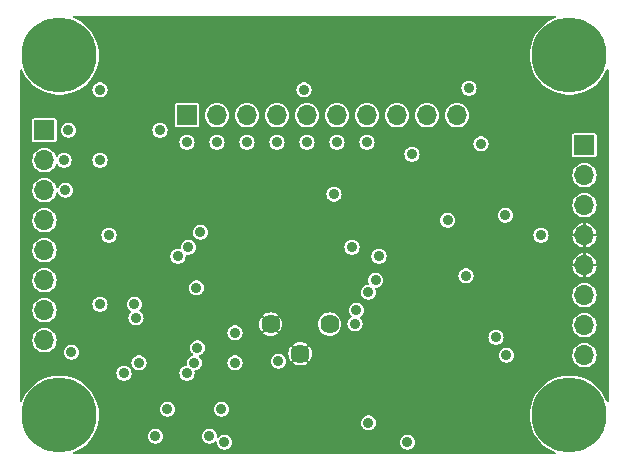
<source format=gbr>
%TF.GenerationSoftware,KiCad,Pcbnew,8.0.1-8.0.1-1~ubuntu22.04.1*%
%TF.CreationDate,2024-05-16T15:07:56-04:00*%
%TF.ProjectId,block-diagram-alex,626c6f63-6b2d-4646-9961-6772616d2d61,rev?*%
%TF.SameCoordinates,Original*%
%TF.FileFunction,Copper,L3,Inr*%
%TF.FilePolarity,Positive*%
%FSLAX46Y46*%
G04 Gerber Fmt 4.6, Leading zero omitted, Abs format (unit mm)*
G04 Created by KiCad (PCBNEW 8.0.1-8.0.1-1~ubuntu22.04.1) date 2024-05-16 15:07:56*
%MOMM*%
%LPD*%
G01*
G04 APERTURE LIST*
%TA.AperFunction,ComponentPad*%
%ADD10C,6.350000*%
%TD*%
%TA.AperFunction,ComponentPad*%
%ADD11R,1.700000X1.700000*%
%TD*%
%TA.AperFunction,ComponentPad*%
%ADD12O,1.700000X1.700000*%
%TD*%
%TA.AperFunction,ComponentPad*%
%ADD13C,1.620000*%
%TD*%
%TA.AperFunction,ViaPad*%
%ADD14C,0.914400*%
%TD*%
G04 APERTURE END LIST*
D10*
%TO.N,GND*%
%TO.C,H3*%
X123190000Y-105410000D03*
%TD*%
%TO.N,GND*%
%TO.C,H2*%
X166370000Y-74930000D03*
%TD*%
%TO.N,GND*%
%TO.C,H4*%
X166370000Y-105410000D03*
%TD*%
D11*
%TO.N,/LASER_ENA*%
%TO.C,J3*%
X133985000Y-80010000D03*
D12*
%TO.N,/WDT_OUT*%
X136525000Y-80010000D03*
%TO.N,/KEY_SW*%
X139065000Y-80010000D03*
%TO.N,/INTERLOCK*%
X141605000Y-80010000D03*
%TO.N,/MCU_ENA*%
X144145000Y-80010000D03*
%TO.N,/WD_PHOTODIODE*%
X146685000Y-80010000D03*
%TO.N,/LC_HIGH*%
X149225000Y-80010000D03*
%TO.N,/OVERRIDE*%
X151765000Y-80010000D03*
%TO.N,GND*%
X154305000Y-80010000D03*
X156845000Y-80010000D03*
%TD*%
D10*
%TO.N,GND*%
%TO.C,H1*%
X123190000Y-74930000D03*
%TD*%
D13*
%TO.N,Net-(R2-Pad1)*%
%TO.C,RV1*%
X146065000Y-97695000D03*
%TO.N,+5V*%
X143565000Y-100195000D03*
X141065000Y-97695000D03*
%TD*%
D11*
%TO.N,/LASER_ENA*%
%TO.C,J2*%
X167640000Y-82550000D03*
D12*
%TO.N,unconnected-(J2-Pin_2-Pad2)*%
X167640000Y-85090000D03*
%TO.N,unconnected-(J2-Pin_3-Pad3)*%
X167640000Y-87630000D03*
%TO.N,+5V*%
X167640000Y-90170000D03*
X167640000Y-92710000D03*
%TO.N,GND*%
X167640000Y-95250000D03*
X167640000Y-97790000D03*
X167640000Y-100330000D03*
%TD*%
D11*
%TO.N,/OVERRIDE*%
%TO.C,J1*%
X121920000Y-81280000D03*
D12*
%TO.N,/LC_HIGH*%
X121920000Y-83820000D03*
%TO.N,/WD_PHOTODIODE*%
X121920000Y-86360000D03*
%TO.N,/MCU_ENA*%
X121920000Y-88900000D03*
%TO.N,/INTERLOCK*%
X121920000Y-91440000D03*
%TO.N,/KEY_SW*%
X121920000Y-93980000D03*
%TO.N,unconnected-(J1-Pin_7-Pad7)*%
X121920000Y-96520000D03*
%TO.N,unconnected-(J1-Pin_8-Pad8)*%
X121920000Y-99060000D03*
%TD*%
D14*
%TO.N,GND*%
X133985000Y-82296000D03*
X156057600Y-88900000D03*
X144145000Y-82296000D03*
X139065000Y-82296000D03*
X161036000Y-100330000D03*
X157607000Y-93599000D03*
X163957000Y-90170000D03*
X131318000Y-107188000D03*
X136525000Y-82296000D03*
X146685000Y-82296000D03*
X149225000Y-82296000D03*
X149961600Y-93980000D03*
X148336000Y-96520000D03*
X153035000Y-83312000D03*
X135890000Y-107188000D03*
X141605000Y-82296000D03*
X149352000Y-106045000D03*
X158877000Y-82423000D03*
X127381000Y-90170000D03*
X129921000Y-100965000D03*
%TO.N,+5V*%
X154838400Y-93980000D03*
X143510000Y-102108000D03*
X164084000Y-85090000D03*
X131699000Y-90170000D03*
X148333000Y-100203000D03*
X137922000Y-93345000D03*
X163779200Y-82600800D03*
X156337000Y-96520000D03*
X140970000Y-95758000D03*
%TO.N,Net-(Q3-D)*%
X137160000Y-107696000D03*
X132334000Y-104902000D03*
X152654000Y-107696000D03*
X136906000Y-104902000D03*
%TO.N,Net-(Q3-G)*%
X128651000Y-101854000D03*
X133988694Y-101856268D03*
%TO.N,Net-(U1-Pad10)*%
X160147000Y-98809800D03*
X138049000Y-98425000D03*
%TO.N,Net-(U6-TR)*%
X129667000Y-97155000D03*
X148209000Y-97663000D03*
%TO.N,/LC_HIGH*%
X129540000Y-96012000D03*
X123571000Y-83820000D03*
X126619000Y-83820000D03*
X134112000Y-91186000D03*
X126619000Y-96012000D03*
X147955000Y-91186000D03*
%TO.N,/WD_PHOTODIODE*%
X123698000Y-86360000D03*
X146431000Y-86690000D03*
%TO.N,/OVERRIDE*%
X123952000Y-81280000D03*
X133223000Y-91948000D03*
X131699000Y-81280000D03*
X150241000Y-91948000D03*
%TO.N,/KEY_SW*%
X134874000Y-99695000D03*
%TO.N,/MCU_ENA*%
X143891000Y-77851000D03*
X126619000Y-77851000D03*
X157861000Y-77724000D03*
%TO.N,/INTERLOCK*%
X141732000Y-100838000D03*
X124206000Y-100076000D03*
X134620000Y-100965000D03*
X138049000Y-100965000D03*
%TO.N,/LASER_ENA*%
X135128000Y-89916000D03*
X160929363Y-88481671D03*
%TO.N,/WDT_OUT*%
X134776224Y-94631430D03*
X149352000Y-94996000D03*
%TD*%
%TA.AperFunction,Conductor*%
%TO.N,+5V*%
G36*
X165210597Y-71641065D02*
G01*
X165240661Y-71693136D01*
X165230220Y-71752350D01*
X165184160Y-71790999D01*
X165182233Y-71791674D01*
X165128794Y-71809680D01*
X165126984Y-71810290D01*
X164796980Y-71962967D01*
X164485406Y-72150435D01*
X164195927Y-72370491D01*
X163931940Y-72620553D01*
X163931939Y-72620554D01*
X163696541Y-72897686D01*
X163696537Y-72897692D01*
X163492484Y-73198649D01*
X163492480Y-73198656D01*
X163322156Y-73519921D01*
X163322154Y-73519927D01*
X163187569Y-73857708D01*
X163187564Y-73857724D01*
X163090287Y-74208084D01*
X163090287Y-74208085D01*
X163031462Y-74566903D01*
X163031460Y-74566919D01*
X163011775Y-74929998D01*
X163011775Y-74930001D01*
X163031460Y-75293080D01*
X163031461Y-75293088D01*
X163090288Y-75651919D01*
X163187567Y-76002286D01*
X163322158Y-76340082D01*
X163492481Y-76661346D01*
X163492484Y-76661350D01*
X163696537Y-76962307D01*
X163696541Y-76962313D01*
X163931939Y-77239445D01*
X163931940Y-77239446D01*
X163931943Y-77239448D01*
X163931944Y-77239450D01*
X164195931Y-77489512D01*
X164485408Y-77709566D01*
X164796979Y-77897032D01*
X165126993Y-78049713D01*
X165471580Y-78165818D01*
X165826700Y-78243985D01*
X166188189Y-78283300D01*
X166188193Y-78283300D01*
X166551807Y-78283300D01*
X166551811Y-78283300D01*
X166913300Y-78243985D01*
X167268420Y-78165818D01*
X167613007Y-78049713D01*
X167943021Y-77897032D01*
X168254592Y-77709566D01*
X168544069Y-77489512D01*
X168808056Y-77239450D01*
X169043460Y-76962311D01*
X169247519Y-76661346D01*
X169417842Y-76340082D01*
X169509943Y-76108924D01*
X169549960Y-76064050D01*
X169609461Y-76055395D01*
X169660605Y-76087011D01*
X169679500Y-76141461D01*
X169679500Y-104198538D01*
X169658935Y-104255039D01*
X169606864Y-104285103D01*
X169547650Y-104274662D01*
X169509943Y-104231073D01*
X169496980Y-104198538D01*
X169417842Y-103999918D01*
X169247519Y-103678654D01*
X169043460Y-103377689D01*
X169043458Y-103377686D01*
X168808060Y-103100554D01*
X168808059Y-103100553D01*
X168544072Y-102850491D01*
X168544069Y-102850488D01*
X168254592Y-102630434D01*
X167943021Y-102442968D01*
X167943019Y-102442967D01*
X167613015Y-102290290D01*
X167613009Y-102290288D01*
X167613007Y-102290287D01*
X167268420Y-102174182D01*
X167268415Y-102174181D01*
X167268413Y-102174180D01*
X166913305Y-102096016D01*
X166913304Y-102096015D01*
X166913300Y-102096015D01*
X166551811Y-102056700D01*
X166188189Y-102056700D01*
X165826700Y-102096015D01*
X165826696Y-102096015D01*
X165826694Y-102096016D01*
X165471586Y-102174180D01*
X165471581Y-102174181D01*
X165471580Y-102174182D01*
X165161958Y-102278506D01*
X165126984Y-102290290D01*
X164796980Y-102442967D01*
X164485406Y-102630435D01*
X164195927Y-102850491D01*
X163931940Y-103100553D01*
X163931939Y-103100554D01*
X163696541Y-103377686D01*
X163696537Y-103377692D01*
X163492484Y-103678649D01*
X163492480Y-103678656D01*
X163322156Y-103999921D01*
X163322154Y-103999927D01*
X163187569Y-104337708D01*
X163187564Y-104337724D01*
X163090287Y-104688084D01*
X163090287Y-104688085D01*
X163031462Y-105046903D01*
X163031460Y-105046919D01*
X163011775Y-105409998D01*
X163011775Y-105410001D01*
X163031460Y-105773080D01*
X163031462Y-105773096D01*
X163090287Y-106131914D01*
X163090288Y-106131919D01*
X163187567Y-106482286D01*
X163322158Y-106820082D01*
X163492481Y-107141346D01*
X163524113Y-107188000D01*
X163696537Y-107442307D01*
X163696541Y-107442313D01*
X163931939Y-107719445D01*
X163931940Y-107719446D01*
X163931943Y-107719448D01*
X163931944Y-107719450D01*
X164195931Y-107969512D01*
X164485408Y-108189566D01*
X164796979Y-108377032D01*
X165126993Y-108529713D01*
X165182165Y-108548302D01*
X165229140Y-108585830D01*
X165241003Y-108644775D01*
X165212202Y-108697556D01*
X165156212Y-108719475D01*
X165154096Y-108719500D01*
X124405904Y-108719500D01*
X124349403Y-108698935D01*
X124319339Y-108646864D01*
X124329780Y-108587650D01*
X124375840Y-108549001D01*
X124377766Y-108548325D01*
X124433007Y-108529713D01*
X124763021Y-108377032D01*
X125074592Y-108189566D01*
X125364069Y-107969512D01*
X125628056Y-107719450D01*
X125863460Y-107442311D01*
X126035886Y-107188001D01*
X130677832Y-107188001D01*
X130689888Y-107287295D01*
X130696434Y-107341202D01*
X130696436Y-107341206D01*
X130751158Y-107485500D01*
X130836393Y-107608984D01*
X130838827Y-107612510D01*
X130954343Y-107714848D01*
X131090993Y-107786567D01*
X131240836Y-107823500D01*
X131240838Y-107823500D01*
X131395161Y-107823500D01*
X131395164Y-107823500D01*
X131545007Y-107786567D01*
X131681657Y-107714848D01*
X131797173Y-107612510D01*
X131884841Y-107485501D01*
X131939566Y-107341202D01*
X131958168Y-107188001D01*
X135249832Y-107188001D01*
X135261888Y-107287295D01*
X135268434Y-107341202D01*
X135268436Y-107341206D01*
X135323158Y-107485500D01*
X135408393Y-107608984D01*
X135410827Y-107612510D01*
X135526343Y-107714848D01*
X135662993Y-107786567D01*
X135812836Y-107823500D01*
X135812838Y-107823500D01*
X135967161Y-107823500D01*
X135967164Y-107823500D01*
X136117007Y-107786567D01*
X136253657Y-107714848D01*
X136369173Y-107612510D01*
X136369176Y-107612506D01*
X136373152Y-107608984D01*
X136374225Y-107610195D01*
X136421304Y-107584668D01*
X136480217Y-107596689D01*
X136517620Y-107643766D01*
X136521507Y-107682201D01*
X136519832Y-107696001D01*
X136530828Y-107786565D01*
X136538434Y-107849202D01*
X136538436Y-107849206D01*
X136593158Y-107993500D01*
X136593159Y-107993501D01*
X136680827Y-108120510D01*
X136796343Y-108222848D01*
X136932993Y-108294567D01*
X137082836Y-108331500D01*
X137082838Y-108331500D01*
X137237161Y-108331500D01*
X137237164Y-108331500D01*
X137387007Y-108294567D01*
X137523657Y-108222848D01*
X137639173Y-108120510D01*
X137726841Y-107993501D01*
X137781566Y-107849202D01*
X137800168Y-107696001D01*
X152013832Y-107696001D01*
X152024828Y-107786565D01*
X152032434Y-107849202D01*
X152032436Y-107849206D01*
X152087158Y-107993500D01*
X152087159Y-107993501D01*
X152174827Y-108120510D01*
X152290343Y-108222848D01*
X152426993Y-108294567D01*
X152576836Y-108331500D01*
X152576838Y-108331500D01*
X152731161Y-108331500D01*
X152731164Y-108331500D01*
X152881007Y-108294567D01*
X153017657Y-108222848D01*
X153133173Y-108120510D01*
X153220841Y-107993501D01*
X153275566Y-107849202D01*
X153294168Y-107696000D01*
X153275566Y-107542798D01*
X153220841Y-107398499D01*
X153133173Y-107271490D01*
X153017657Y-107169152D01*
X153017655Y-107169151D01*
X153017654Y-107169150D01*
X152881009Y-107097434D01*
X152881008Y-107097433D01*
X152881007Y-107097433D01*
X152731164Y-107060500D01*
X152576836Y-107060500D01*
X152426993Y-107097433D01*
X152426992Y-107097433D01*
X152426990Y-107097434D01*
X152290345Y-107169150D01*
X152290340Y-107169154D01*
X152174824Y-107271493D01*
X152087158Y-107398499D01*
X152037580Y-107529228D01*
X152032434Y-107542798D01*
X152032433Y-107542800D01*
X152032433Y-107542803D01*
X152013832Y-107695998D01*
X152013832Y-107696001D01*
X137800168Y-107696001D01*
X137800168Y-107696000D01*
X137781566Y-107542798D01*
X137726841Y-107398499D01*
X137639173Y-107271490D01*
X137523657Y-107169152D01*
X137523655Y-107169151D01*
X137523654Y-107169150D01*
X137387009Y-107097434D01*
X137387008Y-107097433D01*
X137387007Y-107097433D01*
X137237164Y-107060500D01*
X137082836Y-107060500D01*
X136932993Y-107097433D01*
X136932992Y-107097433D01*
X136932990Y-107097434D01*
X136796345Y-107169150D01*
X136796340Y-107169154D01*
X136759499Y-107201793D01*
X136680827Y-107271490D01*
X136680825Y-107271492D01*
X136676848Y-107275016D01*
X136675779Y-107273809D01*
X136628666Y-107299335D01*
X136569757Y-107287295D01*
X136532369Y-107240205D01*
X136528493Y-107201793D01*
X136530168Y-107187999D01*
X136530168Y-107187998D01*
X136519171Y-107097433D01*
X136511566Y-107034798D01*
X136456841Y-106890499D01*
X136369173Y-106763490D01*
X136253657Y-106661152D01*
X136253655Y-106661151D01*
X136253654Y-106661150D01*
X136117009Y-106589434D01*
X136117008Y-106589433D01*
X136117007Y-106589433D01*
X135967164Y-106552500D01*
X135812836Y-106552500D01*
X135662993Y-106589433D01*
X135662992Y-106589433D01*
X135662990Y-106589434D01*
X135526345Y-106661150D01*
X135526340Y-106661154D01*
X135410824Y-106763493D01*
X135323158Y-106890499D01*
X135273580Y-107021228D01*
X135268434Y-107034798D01*
X135268433Y-107034800D01*
X135268433Y-107034803D01*
X135249832Y-107187998D01*
X135249832Y-107188001D01*
X131958168Y-107188001D01*
X131958168Y-107188000D01*
X131955879Y-107169152D01*
X131947171Y-107097433D01*
X131939566Y-107034798D01*
X131884841Y-106890499D01*
X131797173Y-106763490D01*
X131681657Y-106661152D01*
X131681655Y-106661151D01*
X131681654Y-106661150D01*
X131545009Y-106589434D01*
X131545008Y-106589433D01*
X131545007Y-106589433D01*
X131395164Y-106552500D01*
X131240836Y-106552500D01*
X131090993Y-106589433D01*
X131090992Y-106589433D01*
X131090990Y-106589434D01*
X130954345Y-106661150D01*
X130954340Y-106661154D01*
X130838824Y-106763493D01*
X130751158Y-106890499D01*
X130701580Y-107021228D01*
X130696434Y-107034798D01*
X130696433Y-107034800D01*
X130696433Y-107034803D01*
X130677832Y-107187998D01*
X130677832Y-107188001D01*
X126035886Y-107188001D01*
X126067519Y-107141346D01*
X126237842Y-106820082D01*
X126372433Y-106482286D01*
X126469712Y-106131919D01*
X126483962Y-106045000D01*
X148711832Y-106045000D01*
X148730434Y-106198202D01*
X148730436Y-106198206D01*
X148785158Y-106342500D01*
X148785159Y-106342501D01*
X148872827Y-106469510D01*
X148988343Y-106571848D01*
X149124993Y-106643567D01*
X149274836Y-106680500D01*
X149274838Y-106680500D01*
X149429161Y-106680500D01*
X149429164Y-106680500D01*
X149579007Y-106643567D01*
X149715657Y-106571848D01*
X149831173Y-106469510D01*
X149918841Y-106342501D01*
X149973566Y-106198202D01*
X149992168Y-106045000D01*
X149973566Y-105891798D01*
X149918841Y-105747499D01*
X149831173Y-105620490D01*
X149715657Y-105518152D01*
X149715655Y-105518151D01*
X149715654Y-105518150D01*
X149579009Y-105446434D01*
X149579008Y-105446433D01*
X149579007Y-105446433D01*
X149429164Y-105409500D01*
X149274836Y-105409500D01*
X149124993Y-105446433D01*
X149124992Y-105446433D01*
X149124990Y-105446434D01*
X148988345Y-105518150D01*
X148988340Y-105518154D01*
X148872824Y-105620493D01*
X148785158Y-105747499D01*
X148775457Y-105773080D01*
X148730434Y-105891798D01*
X148711832Y-106045000D01*
X126483962Y-106045000D01*
X126528539Y-105773088D01*
X126548225Y-105410000D01*
X126528539Y-105046912D01*
X126504782Y-104902000D01*
X131693832Y-104902000D01*
X131712434Y-105055202D01*
X131712436Y-105055206D01*
X131767158Y-105199500D01*
X131767159Y-105199501D01*
X131854827Y-105326510D01*
X131970343Y-105428848D01*
X132106993Y-105500567D01*
X132256836Y-105537500D01*
X132256838Y-105537500D01*
X132411161Y-105537500D01*
X132411164Y-105537500D01*
X132561007Y-105500567D01*
X132697657Y-105428848D01*
X132813173Y-105326510D01*
X132900841Y-105199501D01*
X132955566Y-105055202D01*
X132974168Y-104902000D01*
X136265832Y-104902000D01*
X136284434Y-105055202D01*
X136284436Y-105055206D01*
X136339158Y-105199500D01*
X136339159Y-105199501D01*
X136426827Y-105326510D01*
X136542343Y-105428848D01*
X136678993Y-105500567D01*
X136828836Y-105537500D01*
X136828838Y-105537500D01*
X136983161Y-105537500D01*
X136983164Y-105537500D01*
X137133007Y-105500567D01*
X137269657Y-105428848D01*
X137385173Y-105326510D01*
X137472841Y-105199501D01*
X137527566Y-105055202D01*
X137546168Y-104902000D01*
X137527566Y-104748798D01*
X137472841Y-104604499D01*
X137385173Y-104477490D01*
X137269657Y-104375152D01*
X137269655Y-104375151D01*
X137269654Y-104375150D01*
X137133009Y-104303434D01*
X137133008Y-104303433D01*
X137133007Y-104303433D01*
X136983164Y-104266500D01*
X136828836Y-104266500D01*
X136678993Y-104303433D01*
X136678992Y-104303433D01*
X136678990Y-104303434D01*
X136542345Y-104375150D01*
X136542340Y-104375154D01*
X136426824Y-104477493D01*
X136339158Y-104604499D01*
X136307459Y-104688085D01*
X136284434Y-104748798D01*
X136265832Y-104902000D01*
X132974168Y-104902000D01*
X132955566Y-104748798D01*
X132900841Y-104604499D01*
X132813173Y-104477490D01*
X132697657Y-104375152D01*
X132697655Y-104375151D01*
X132697654Y-104375150D01*
X132561009Y-104303434D01*
X132561008Y-104303433D01*
X132561007Y-104303433D01*
X132411164Y-104266500D01*
X132256836Y-104266500D01*
X132106993Y-104303433D01*
X132106992Y-104303433D01*
X132106990Y-104303434D01*
X131970345Y-104375150D01*
X131970340Y-104375154D01*
X131854824Y-104477493D01*
X131767158Y-104604499D01*
X131735459Y-104688085D01*
X131712434Y-104748798D01*
X131693832Y-104902000D01*
X126504782Y-104902000D01*
X126469712Y-104688081D01*
X126372433Y-104337714D01*
X126237842Y-103999918D01*
X126067519Y-103678654D01*
X125863460Y-103377689D01*
X125863458Y-103377686D01*
X125628060Y-103100554D01*
X125628059Y-103100553D01*
X125364072Y-102850491D01*
X125364069Y-102850488D01*
X125074592Y-102630434D01*
X124763021Y-102442968D01*
X124763019Y-102442967D01*
X124433015Y-102290290D01*
X124433009Y-102290288D01*
X124433007Y-102290287D01*
X124088420Y-102174182D01*
X124088415Y-102174181D01*
X124088413Y-102174180D01*
X123733305Y-102096016D01*
X123733304Y-102096015D01*
X123733300Y-102096015D01*
X123371811Y-102056700D01*
X123008189Y-102056700D01*
X122646700Y-102096015D01*
X122646696Y-102096015D01*
X122646694Y-102096016D01*
X122291586Y-102174180D01*
X122291581Y-102174181D01*
X122291580Y-102174182D01*
X121981958Y-102278506D01*
X121946984Y-102290290D01*
X121616980Y-102442967D01*
X121305406Y-102630435D01*
X121015927Y-102850491D01*
X120751940Y-103100553D01*
X120751939Y-103100554D01*
X120516541Y-103377686D01*
X120516537Y-103377692D01*
X120312484Y-103678649D01*
X120312480Y-103678656D01*
X120142156Y-103999921D01*
X120142154Y-103999927D01*
X120050057Y-104231073D01*
X120010040Y-104275950D01*
X119950539Y-104284604D01*
X119899395Y-104252987D01*
X119880500Y-104198538D01*
X119880500Y-101854001D01*
X128010832Y-101854001D01*
X128011107Y-101856269D01*
X128029434Y-102007202D01*
X128030296Y-102009474D01*
X128084158Y-102151500D01*
X128099815Y-102174183D01*
X128171827Y-102278510D01*
X128287343Y-102380848D01*
X128423993Y-102452567D01*
X128573836Y-102489500D01*
X128573838Y-102489500D01*
X128728161Y-102489500D01*
X128728164Y-102489500D01*
X128878007Y-102452567D01*
X129014657Y-102380848D01*
X129130173Y-102278510D01*
X129217841Y-102151501D01*
X129272566Y-102007202D01*
X129288510Y-101875886D01*
X129290893Y-101856269D01*
X133348526Y-101856269D01*
X133366852Y-102007202D01*
X133367128Y-102009470D01*
X133367130Y-102009474D01*
X133421852Y-102153768D01*
X133509518Y-102280774D01*
X133509521Y-102280778D01*
X133625037Y-102383116D01*
X133761687Y-102454835D01*
X133911530Y-102491768D01*
X133911532Y-102491768D01*
X134065855Y-102491768D01*
X134065858Y-102491768D01*
X134215701Y-102454835D01*
X134352351Y-102383116D01*
X134467867Y-102280778D01*
X134555535Y-102153769D01*
X134610260Y-102009470D01*
X134628862Y-101856268D01*
X134628587Y-101854000D01*
X134609766Y-101698995D01*
X134623370Y-101640427D01*
X134671439Y-101604306D01*
X134691898Y-101601262D01*
X134691884Y-101601141D01*
X134696415Y-101600590D01*
X134697025Y-101600500D01*
X134697161Y-101600500D01*
X134697164Y-101600500D01*
X134847007Y-101563567D01*
X134983657Y-101491848D01*
X135099173Y-101389510D01*
X135186841Y-101262501D01*
X135241566Y-101118202D01*
X135260168Y-100965001D01*
X137408832Y-100965001D01*
X137426683Y-101112023D01*
X137427434Y-101118202D01*
X137433995Y-101135501D01*
X137482158Y-101262500D01*
X137569824Y-101389506D01*
X137569827Y-101389510D01*
X137685343Y-101491848D01*
X137821993Y-101563567D01*
X137971836Y-101600500D01*
X137971838Y-101600500D01*
X138126161Y-101600500D01*
X138126164Y-101600500D01*
X138276007Y-101563567D01*
X138412657Y-101491848D01*
X138528173Y-101389510D01*
X138615841Y-101262501D01*
X138670566Y-101118202D01*
X138689168Y-100965000D01*
X138673748Y-100838001D01*
X141091832Y-100838001D01*
X141107252Y-100965001D01*
X141110434Y-100991202D01*
X141110436Y-100991206D01*
X141165158Y-101135500D01*
X141249508Y-101257702D01*
X141252827Y-101262510D01*
X141368343Y-101364848D01*
X141504993Y-101436567D01*
X141654836Y-101473500D01*
X141654838Y-101473500D01*
X141809161Y-101473500D01*
X141809164Y-101473500D01*
X141959007Y-101436567D01*
X142095657Y-101364848D01*
X142211173Y-101262510D01*
X142298841Y-101135501D01*
X142353566Y-100991202D01*
X142372168Y-100838000D01*
X142353566Y-100684798D01*
X142298841Y-100540499D01*
X142211173Y-100413490D01*
X142095657Y-100311152D01*
X142095655Y-100311151D01*
X142095654Y-100311150D01*
X141959009Y-100239434D01*
X141959008Y-100239433D01*
X141959007Y-100239433D01*
X141809164Y-100202500D01*
X141654836Y-100202500D01*
X141504993Y-100239433D01*
X141504992Y-100239433D01*
X141504990Y-100239434D01*
X141368345Y-100311150D01*
X141368340Y-100311154D01*
X141252824Y-100413493D01*
X141165158Y-100540499D01*
X141125527Y-100645000D01*
X141110434Y-100684798D01*
X141110433Y-100684800D01*
X141110433Y-100684803D01*
X141091832Y-100837998D01*
X141091832Y-100838001D01*
X138673748Y-100838001D01*
X138670566Y-100811798D01*
X138615841Y-100667499D01*
X138528173Y-100540490D01*
X138412657Y-100438152D01*
X138412655Y-100438151D01*
X138412654Y-100438150D01*
X138276009Y-100366434D01*
X138276008Y-100366433D01*
X138276007Y-100366433D01*
X138126164Y-100329500D01*
X137971836Y-100329500D01*
X137821993Y-100366433D01*
X137821992Y-100366433D01*
X137821990Y-100366434D01*
X137685345Y-100438150D01*
X137685340Y-100438154D01*
X137634492Y-100483202D01*
X137579876Y-100531588D01*
X137569824Y-100540493D01*
X137482158Y-100667499D01*
X137449160Y-100754510D01*
X137427434Y-100811798D01*
X137427433Y-100811800D01*
X137427433Y-100811803D01*
X137408832Y-100964998D01*
X137408832Y-100965001D01*
X135260168Y-100965001D01*
X135260168Y-100965000D01*
X135241566Y-100811798D01*
X135186841Y-100667499D01*
X135099173Y-100540490D01*
X135006877Y-100458723D01*
X134978224Y-100405864D01*
X134990251Y-100346952D01*
X135037332Y-100309554D01*
X135044098Y-100307593D01*
X135101007Y-100293567D01*
X135237657Y-100221848D01*
X135267962Y-100195000D01*
X142572420Y-100195000D01*
X142591493Y-100388647D01*
X142647976Y-100574843D01*
X142739700Y-100746448D01*
X142806468Y-100827806D01*
X143189558Y-100444715D01*
X143204910Y-100471306D01*
X143288694Y-100555090D01*
X143315281Y-100570440D01*
X142932192Y-100953530D01*
X143013551Y-101020299D01*
X143185156Y-101112023D01*
X143371352Y-101168506D01*
X143565000Y-101187579D01*
X143758647Y-101168506D01*
X143944843Y-101112023D01*
X144116449Y-101020298D01*
X144197806Y-100953530D01*
X143814717Y-100570441D01*
X143841306Y-100555090D01*
X143925090Y-100471306D01*
X143940441Y-100444717D01*
X144323530Y-100827806D01*
X144390298Y-100746449D01*
X144482023Y-100574843D01*
X144538506Y-100388647D01*
X144544282Y-100330001D01*
X160395832Y-100330001D01*
X160412989Y-100471306D01*
X160414434Y-100483202D01*
X160420998Y-100500510D01*
X160469158Y-100627500D01*
X160527139Y-100711500D01*
X160556827Y-100754510D01*
X160672343Y-100856848D01*
X160808993Y-100928567D01*
X160958836Y-100965500D01*
X160958838Y-100965500D01*
X161113161Y-100965500D01*
X161113164Y-100965500D01*
X161263007Y-100928567D01*
X161399657Y-100856848D01*
X161515173Y-100754510D01*
X161602841Y-100627501D01*
X161657566Y-100483202D01*
X161676168Y-100330000D01*
X166606724Y-100330000D01*
X166623517Y-100500506D01*
X166626579Y-100531588D01*
X166685374Y-100725412D01*
X166685376Y-100725417D01*
X166685377Y-100725418D01*
X166731548Y-100811798D01*
X166780864Y-100904060D01*
X166909356Y-101060627D01*
X166909359Y-101060630D01*
X166909364Y-101060636D01*
X166909369Y-101060640D01*
X166909372Y-101060643D01*
X167065939Y-101189135D01*
X167065938Y-101189135D01*
X167065941Y-101189137D01*
X167065943Y-101189138D01*
X167244582Y-101284623D01*
X167244584Y-101284623D01*
X167244587Y-101284625D01*
X167438411Y-101343420D01*
X167438418Y-101343422D01*
X167640000Y-101363276D01*
X167841582Y-101343422D01*
X167938500Y-101314022D01*
X168035412Y-101284625D01*
X168035412Y-101284624D01*
X168035418Y-101284623D01*
X168214057Y-101189138D01*
X168370636Y-101060636D01*
X168499138Y-100904057D01*
X168594623Y-100725418D01*
X168653422Y-100531582D01*
X168673276Y-100330000D01*
X168653422Y-100128418D01*
X168637522Y-100076001D01*
X168594625Y-99934587D01*
X168594623Y-99934584D01*
X168594623Y-99934582D01*
X168499138Y-99755943D01*
X168499135Y-99755939D01*
X168370643Y-99599372D01*
X168370640Y-99599369D01*
X168370636Y-99599364D01*
X168370630Y-99599359D01*
X168370627Y-99599356D01*
X168214060Y-99470864D01*
X168214061Y-99470864D01*
X168142601Y-99432668D01*
X168035418Y-99375377D01*
X168035417Y-99375376D01*
X168035412Y-99375374D01*
X167841588Y-99316579D01*
X167841583Y-99316578D01*
X167841582Y-99316578D01*
X167640000Y-99296724D01*
X167438418Y-99316578D01*
X167438416Y-99316578D01*
X167438411Y-99316579D01*
X167244587Y-99375374D01*
X167065939Y-99470864D01*
X166909372Y-99599356D01*
X166909356Y-99599372D01*
X166780864Y-99755939D01*
X166685374Y-99934587D01*
X166626579Y-100128411D01*
X166626578Y-100128416D01*
X166626578Y-100128418D01*
X166606724Y-100330000D01*
X161676168Y-100330000D01*
X161676107Y-100329500D01*
X161670853Y-100286228D01*
X161657566Y-100176798D01*
X161602841Y-100032499D01*
X161515173Y-99905490D01*
X161399657Y-99803152D01*
X161399655Y-99803151D01*
X161399654Y-99803150D01*
X161263009Y-99731434D01*
X161263008Y-99731433D01*
X161263007Y-99731433D01*
X161113164Y-99694500D01*
X160958836Y-99694500D01*
X160808993Y-99731433D01*
X160808992Y-99731433D01*
X160808990Y-99731434D01*
X160672345Y-99803150D01*
X160672340Y-99803154D01*
X160556824Y-99905493D01*
X160469158Y-100032499D01*
X160432782Y-100128418D01*
X160414434Y-100176798D01*
X160414433Y-100176800D01*
X160414433Y-100176803D01*
X160395832Y-100329998D01*
X160395832Y-100330001D01*
X144544282Y-100330001D01*
X144557579Y-100195000D01*
X144538506Y-100001352D01*
X144482023Y-99815156D01*
X144390299Y-99643551D01*
X144323530Y-99562192D01*
X143940440Y-99945281D01*
X143925090Y-99918694D01*
X143841306Y-99834910D01*
X143814715Y-99819558D01*
X144197806Y-99436468D01*
X144116448Y-99369700D01*
X143944843Y-99277976D01*
X143758647Y-99221493D01*
X143565000Y-99202420D01*
X143371352Y-99221493D01*
X143185156Y-99277976D01*
X143013547Y-99369702D01*
X142932192Y-99436468D01*
X143315282Y-99819558D01*
X143288694Y-99834910D01*
X143204910Y-99918694D01*
X143189558Y-99945282D01*
X142806468Y-99562192D01*
X142739702Y-99643547D01*
X142647976Y-99815156D01*
X142591493Y-100001352D01*
X142572420Y-100195000D01*
X135267962Y-100195000D01*
X135353173Y-100119510D01*
X135440841Y-99992501D01*
X135495566Y-99848202D01*
X135514168Y-99695000D01*
X135514107Y-99694500D01*
X135507921Y-99643551D01*
X135495566Y-99541798D01*
X135440841Y-99397499D01*
X135353173Y-99270490D01*
X135237657Y-99168152D01*
X135237655Y-99168151D01*
X135237654Y-99168150D01*
X135101009Y-99096434D01*
X135101008Y-99096433D01*
X135101007Y-99096433D01*
X134951164Y-99059500D01*
X134796836Y-99059500D01*
X134646993Y-99096433D01*
X134646992Y-99096433D01*
X134646990Y-99096434D01*
X134510345Y-99168150D01*
X134510340Y-99168154D01*
X134471662Y-99202420D01*
X134404876Y-99261588D01*
X134394824Y-99270493D01*
X134307158Y-99397499D01*
X134257580Y-99528228D01*
X134252434Y-99541798D01*
X134252433Y-99541800D01*
X134252433Y-99541803D01*
X134233832Y-99694998D01*
X134233832Y-99695001D01*
X134248421Y-99815156D01*
X134252434Y-99848202D01*
X134252436Y-99848206D01*
X134307158Y-99992500D01*
X134364793Y-100075998D01*
X134394827Y-100119510D01*
X134459498Y-100176803D01*
X134487121Y-100201275D01*
X134515775Y-100254135D01*
X134503748Y-100313047D01*
X134456667Y-100350445D01*
X134449878Y-100352412D01*
X134392993Y-100366433D01*
X134392992Y-100366433D01*
X134392990Y-100366434D01*
X134256345Y-100438150D01*
X134256340Y-100438154D01*
X134205492Y-100483202D01*
X134150876Y-100531588D01*
X134140824Y-100540493D01*
X134053158Y-100667499D01*
X134020160Y-100754510D01*
X133998434Y-100811798D01*
X133998433Y-100811800D01*
X133998433Y-100811803D01*
X133979832Y-100964998D01*
X133979832Y-100965001D01*
X133998928Y-101122273D01*
X133985324Y-101180841D01*
X133937255Y-101216962D01*
X133916795Y-101220005D01*
X133916810Y-101220127D01*
X133912278Y-101220677D01*
X133911669Y-101220768D01*
X133911530Y-101220768D01*
X133761687Y-101257701D01*
X133761686Y-101257701D01*
X133761684Y-101257702D01*
X133625039Y-101329418D01*
X133625034Y-101329422D01*
X133509518Y-101431761D01*
X133421852Y-101558767D01*
X133372274Y-101689496D01*
X133367128Y-101703066D01*
X133367127Y-101703068D01*
X133367127Y-101703071D01*
X133348526Y-101856266D01*
X133348526Y-101856269D01*
X129290893Y-101856269D01*
X129291168Y-101854001D01*
X129291168Y-101853998D01*
X129285853Y-101810228D01*
X129272566Y-101700798D01*
X129217841Y-101556499D01*
X129130173Y-101429490D01*
X129014657Y-101327152D01*
X129014655Y-101327151D01*
X129014654Y-101327150D01*
X128878009Y-101255434D01*
X128878008Y-101255433D01*
X128878007Y-101255433D01*
X128728164Y-101218500D01*
X128573836Y-101218500D01*
X128423993Y-101255433D01*
X128423992Y-101255433D01*
X128423990Y-101255434D01*
X128287345Y-101327150D01*
X128287340Y-101327154D01*
X128171824Y-101429493D01*
X128084158Y-101556499D01*
X128034580Y-101687228D01*
X128029434Y-101700798D01*
X128029433Y-101700800D01*
X128029433Y-101700803D01*
X128010832Y-101853998D01*
X128010832Y-101854001D01*
X119880500Y-101854001D01*
X119880500Y-100965001D01*
X129280832Y-100965001D01*
X129298683Y-101112023D01*
X129299434Y-101118202D01*
X129305995Y-101135501D01*
X129354158Y-101262500D01*
X129441824Y-101389506D01*
X129441827Y-101389510D01*
X129557343Y-101491848D01*
X129693993Y-101563567D01*
X129843836Y-101600500D01*
X129843838Y-101600500D01*
X129998161Y-101600500D01*
X129998164Y-101600500D01*
X130148007Y-101563567D01*
X130284657Y-101491848D01*
X130400173Y-101389510D01*
X130487841Y-101262501D01*
X130542566Y-101118202D01*
X130561168Y-100965000D01*
X130542566Y-100811798D01*
X130487841Y-100667499D01*
X130400173Y-100540490D01*
X130284657Y-100438152D01*
X130284655Y-100438151D01*
X130284654Y-100438150D01*
X130148009Y-100366434D01*
X130148008Y-100366433D01*
X130148007Y-100366433D01*
X129998164Y-100329500D01*
X129843836Y-100329500D01*
X129693993Y-100366433D01*
X129693992Y-100366433D01*
X129693990Y-100366434D01*
X129557345Y-100438150D01*
X129557340Y-100438154D01*
X129506492Y-100483202D01*
X129451876Y-100531588D01*
X129441824Y-100540493D01*
X129354158Y-100667499D01*
X129321160Y-100754510D01*
X129299434Y-100811798D01*
X129299433Y-100811800D01*
X129299433Y-100811803D01*
X129280832Y-100964998D01*
X129280832Y-100965001D01*
X119880500Y-100965001D01*
X119880500Y-99060000D01*
X120886724Y-99060000D01*
X120906579Y-99261588D01*
X120965374Y-99455412D01*
X120965376Y-99455417D01*
X120965377Y-99455418D01*
X121042322Y-99599372D01*
X121060864Y-99634060D01*
X121189356Y-99790627D01*
X121189359Y-99790630D01*
X121189364Y-99790636D01*
X121189369Y-99790640D01*
X121189372Y-99790643D01*
X121345939Y-99919135D01*
X121345938Y-99919135D01*
X121345941Y-99919137D01*
X121345943Y-99919138D01*
X121524582Y-100014623D01*
X121524584Y-100014623D01*
X121524587Y-100014625D01*
X121704747Y-100069275D01*
X121718418Y-100073422D01*
X121920000Y-100093276D01*
X122095397Y-100076001D01*
X123565832Y-100076001D01*
X123583540Y-100221845D01*
X123584434Y-100229202D01*
X123593890Y-100254135D01*
X123639158Y-100373500D01*
X123697984Y-100458724D01*
X123726827Y-100500510D01*
X123842343Y-100602848D01*
X123978993Y-100674567D01*
X124128836Y-100711500D01*
X124128838Y-100711500D01*
X124283161Y-100711500D01*
X124283164Y-100711500D01*
X124433007Y-100674567D01*
X124569657Y-100602848D01*
X124685173Y-100500510D01*
X124772841Y-100373501D01*
X124827566Y-100229202D01*
X124846168Y-100076000D01*
X124845351Y-100069275D01*
X124838716Y-100014625D01*
X124827566Y-99922798D01*
X124772841Y-99778499D01*
X124685173Y-99651490D01*
X124569657Y-99549152D01*
X124569655Y-99549151D01*
X124569654Y-99549150D01*
X124433009Y-99477434D01*
X124433008Y-99477433D01*
X124433007Y-99477433D01*
X124283164Y-99440500D01*
X124128836Y-99440500D01*
X123978993Y-99477433D01*
X123978992Y-99477433D01*
X123978990Y-99477434D01*
X123842345Y-99549150D01*
X123842340Y-99549154D01*
X123785674Y-99599356D01*
X123735789Y-99643551D01*
X123726824Y-99651493D01*
X123639158Y-99778499D01*
X123590998Y-99905490D01*
X123584434Y-99922798D01*
X123584433Y-99922800D01*
X123584433Y-99922803D01*
X123565832Y-100075998D01*
X123565832Y-100076001D01*
X122095397Y-100076001D01*
X122121582Y-100073422D01*
X122293387Y-100021306D01*
X122315412Y-100014625D01*
X122315412Y-100014624D01*
X122315418Y-100014623D01*
X122494057Y-99919138D01*
X122650636Y-99790636D01*
X122779138Y-99634057D01*
X122874623Y-99455418D01*
X122880372Y-99436468D01*
X122933420Y-99261588D01*
X122933419Y-99261588D01*
X122933422Y-99261582D01*
X122953276Y-99060000D01*
X122933422Y-98858418D01*
X122922762Y-98823275D01*
X122874625Y-98664587D01*
X122874623Y-98664584D01*
X122874623Y-98664582D01*
X122779138Y-98485943D01*
X122729123Y-98425000D01*
X137408832Y-98425000D01*
X137427434Y-98578202D01*
X137427436Y-98578206D01*
X137482158Y-98722500D01*
X137542416Y-98809798D01*
X137569827Y-98849510D01*
X137685343Y-98951848D01*
X137821993Y-99023567D01*
X137971836Y-99060500D01*
X137971838Y-99060500D01*
X138126161Y-99060500D01*
X138126164Y-99060500D01*
X138276007Y-99023567D01*
X138412657Y-98951848D01*
X138528173Y-98849510D01*
X138555582Y-98809801D01*
X159506832Y-98809801D01*
X159524079Y-98951848D01*
X159525434Y-98963002D01*
X159525436Y-98963006D01*
X159580158Y-99107300D01*
X159580159Y-99107301D01*
X159667827Y-99234310D01*
X159783343Y-99336648D01*
X159919993Y-99408367D01*
X160069836Y-99445300D01*
X160069838Y-99445300D01*
X160224161Y-99445300D01*
X160224164Y-99445300D01*
X160374007Y-99408367D01*
X160510657Y-99336648D01*
X160626173Y-99234310D01*
X160713841Y-99107301D01*
X160768566Y-98963002D01*
X160787168Y-98809800D01*
X160786393Y-98803420D01*
X160776568Y-98722500D01*
X160768566Y-98656598D01*
X160713841Y-98512299D01*
X160626173Y-98385290D01*
X160510657Y-98282952D01*
X160510655Y-98282951D01*
X160510654Y-98282950D01*
X160374009Y-98211234D01*
X160374008Y-98211233D01*
X160374007Y-98211233D01*
X160224164Y-98174300D01*
X160069836Y-98174300D01*
X159919993Y-98211233D01*
X159919992Y-98211233D01*
X159919990Y-98211234D01*
X159783345Y-98282950D01*
X159783340Y-98282954D01*
X159667824Y-98385293D01*
X159580158Y-98512299D01*
X159530580Y-98643028D01*
X159525434Y-98656598D01*
X159525433Y-98656600D01*
X159525433Y-98656603D01*
X159506832Y-98809798D01*
X159506832Y-98809801D01*
X138555582Y-98809801D01*
X138615841Y-98722501D01*
X138670566Y-98578202D01*
X138689168Y-98425000D01*
X138670566Y-98271798D01*
X138615841Y-98127499D01*
X138528173Y-98000490D01*
X138412657Y-97898152D01*
X138412655Y-97898151D01*
X138412654Y-97898150D01*
X138276009Y-97826434D01*
X138276008Y-97826433D01*
X138276007Y-97826433D01*
X138126164Y-97789500D01*
X137971836Y-97789500D01*
X137821993Y-97826433D01*
X137821992Y-97826433D01*
X137821990Y-97826434D01*
X137685345Y-97898150D01*
X137685340Y-97898154D01*
X137614966Y-97960500D01*
X137579876Y-97991588D01*
X137569824Y-98000493D01*
X137482158Y-98127499D01*
X137436942Y-98246727D01*
X137427434Y-98271798D01*
X137427433Y-98271800D01*
X137427433Y-98271803D01*
X137412205Y-98397222D01*
X137408832Y-98425000D01*
X122729123Y-98425000D01*
X122650643Y-98329372D01*
X122650640Y-98329369D01*
X122650636Y-98329364D01*
X122650630Y-98329359D01*
X122650627Y-98329356D01*
X122494060Y-98200864D01*
X122494061Y-98200864D01*
X122315412Y-98105374D01*
X122121588Y-98046579D01*
X122121583Y-98046578D01*
X122121582Y-98046578D01*
X121920000Y-98026724D01*
X121718418Y-98046578D01*
X121718416Y-98046578D01*
X121718411Y-98046579D01*
X121524587Y-98105374D01*
X121345939Y-98200864D01*
X121189372Y-98329356D01*
X121189356Y-98329372D01*
X121060864Y-98485939D01*
X120965374Y-98664587D01*
X120906579Y-98858411D01*
X120906578Y-98858416D01*
X120906578Y-98858418D01*
X120896277Y-98963006D01*
X120886724Y-99060000D01*
X119880500Y-99060000D01*
X119880500Y-96520000D01*
X120886724Y-96520000D01*
X120906569Y-96721493D01*
X120906579Y-96721588D01*
X120965374Y-96915412D01*
X120965376Y-96915417D01*
X120965377Y-96915418D01*
X121057836Y-97088396D01*
X121060864Y-97094060D01*
X121189356Y-97250627D01*
X121189359Y-97250630D01*
X121189364Y-97250636D01*
X121189369Y-97250640D01*
X121189372Y-97250643D01*
X121345939Y-97379135D01*
X121345938Y-97379135D01*
X121345941Y-97379137D01*
X121345943Y-97379138D01*
X121524582Y-97474623D01*
X121524584Y-97474623D01*
X121524587Y-97474625D01*
X121718411Y-97533420D01*
X121718418Y-97533422D01*
X121920000Y-97553276D01*
X122121582Y-97533422D01*
X122227633Y-97501252D01*
X122315412Y-97474625D01*
X122315412Y-97474624D01*
X122315418Y-97474623D01*
X122494057Y-97379138D01*
X122650636Y-97250636D01*
X122779138Y-97094057D01*
X122874623Y-96915418D01*
X122888618Y-96869284D01*
X122933420Y-96721588D01*
X122933419Y-96721588D01*
X122933422Y-96721582D01*
X122953276Y-96520000D01*
X122933422Y-96318418D01*
X122922762Y-96283275D01*
X122874625Y-96124587D01*
X122874623Y-96124584D01*
X122874623Y-96124582D01*
X122814447Y-96012001D01*
X125978832Y-96012001D01*
X125990626Y-96109138D01*
X125997434Y-96165202D01*
X125997436Y-96165206D01*
X126052158Y-96309500D01*
X126139824Y-96436506D01*
X126139827Y-96436510D01*
X126255343Y-96538848D01*
X126391993Y-96610567D01*
X126541836Y-96647500D01*
X126541838Y-96647500D01*
X126696161Y-96647500D01*
X126696164Y-96647500D01*
X126846007Y-96610567D01*
X126982657Y-96538848D01*
X127098173Y-96436510D01*
X127185841Y-96309501D01*
X127240566Y-96165202D01*
X127259168Y-96012001D01*
X128899832Y-96012001D01*
X128911626Y-96109138D01*
X128918434Y-96165202D01*
X128918436Y-96165206D01*
X128973158Y-96309500D01*
X129060824Y-96436506D01*
X129060827Y-96436510D01*
X129176343Y-96538848D01*
X129176346Y-96538849D01*
X129176348Y-96538851D01*
X129206638Y-96554748D01*
X129247111Y-96599214D01*
X129249533Y-96659292D01*
X129224079Y-96698373D01*
X129187827Y-96730490D01*
X129187824Y-96730493D01*
X129100158Y-96857499D01*
X129067160Y-96944510D01*
X129045434Y-97001798D01*
X129045433Y-97001800D01*
X129045433Y-97001803D01*
X129026832Y-97154998D01*
X129026832Y-97155001D01*
X129041483Y-97275667D01*
X129045434Y-97308202D01*
X129055563Y-97334910D01*
X129100158Y-97452500D01*
X129169718Y-97553275D01*
X129187827Y-97579510D01*
X129303343Y-97681848D01*
X129439993Y-97753567D01*
X129589836Y-97790500D01*
X129589838Y-97790500D01*
X129744161Y-97790500D01*
X129744164Y-97790500D01*
X129894007Y-97753567D01*
X130005598Y-97695000D01*
X140072420Y-97695000D01*
X140091493Y-97888647D01*
X140147976Y-98074843D01*
X140239700Y-98246448D01*
X140306468Y-98327806D01*
X140689558Y-97944715D01*
X140704910Y-97971306D01*
X140788694Y-98055090D01*
X140815281Y-98070440D01*
X140432192Y-98453530D01*
X140513551Y-98520299D01*
X140685156Y-98612023D01*
X140871352Y-98668506D01*
X141065000Y-98687579D01*
X141258647Y-98668506D01*
X141444843Y-98612023D01*
X141616449Y-98520298D01*
X141697806Y-98453530D01*
X141314717Y-98070441D01*
X141341306Y-98055090D01*
X141425090Y-97971306D01*
X141440441Y-97944717D01*
X141823530Y-98327806D01*
X141890298Y-98246449D01*
X141982023Y-98074843D01*
X142038506Y-97888647D01*
X142057579Y-97695000D01*
X145071918Y-97695000D01*
X145084863Y-97826434D01*
X145091001Y-97888747D01*
X145141461Y-98055090D01*
X145147512Y-98075036D01*
X145239133Y-98246449D01*
X145239284Y-98246730D01*
X145362777Y-98397206D01*
X145362780Y-98397209D01*
X145362785Y-98397215D01*
X145362790Y-98397219D01*
X145362793Y-98397222D01*
X145513269Y-98520715D01*
X145513268Y-98520715D01*
X145513271Y-98520717D01*
X145513273Y-98520718D01*
X145684964Y-98612488D01*
X145805773Y-98649135D01*
X145869630Y-98668506D01*
X145871259Y-98669000D01*
X146065000Y-98688082D01*
X146258741Y-98669000D01*
X146445036Y-98612488D01*
X146616727Y-98520718D01*
X146767215Y-98397215D01*
X146890718Y-98246727D01*
X146982488Y-98075036D01*
X147039000Y-97888741D01*
X147058082Y-97695000D01*
X147054930Y-97663001D01*
X147568832Y-97663001D01*
X147584252Y-97790000D01*
X147587434Y-97816202D01*
X147611382Y-97879349D01*
X147642158Y-97960500D01*
X147721215Y-98075034D01*
X147729827Y-98087510D01*
X147845343Y-98189848D01*
X147981993Y-98261567D01*
X148131836Y-98298500D01*
X148131838Y-98298500D01*
X148286161Y-98298500D01*
X148286164Y-98298500D01*
X148436007Y-98261567D01*
X148572657Y-98189848D01*
X148688173Y-98087510D01*
X148775841Y-97960501D01*
X148830566Y-97816202D01*
X148833747Y-97790000D01*
X166606724Y-97790000D01*
X166626579Y-97991588D01*
X166685374Y-98185412D01*
X166685376Y-98185417D01*
X166685377Y-98185418D01*
X166762322Y-98329372D01*
X166780864Y-98364060D01*
X166909356Y-98520627D01*
X166909359Y-98520630D01*
X166909364Y-98520636D01*
X166909369Y-98520640D01*
X166909372Y-98520643D01*
X167065939Y-98649135D01*
X167065938Y-98649135D01*
X167065941Y-98649137D01*
X167065943Y-98649138D01*
X167244582Y-98744623D01*
X167244584Y-98744623D01*
X167244587Y-98744625D01*
X167438411Y-98803420D01*
X167438418Y-98803422D01*
X167640000Y-98823276D01*
X167841582Y-98803422D01*
X167938500Y-98774022D01*
X168035412Y-98744625D01*
X168035412Y-98744624D01*
X168035418Y-98744623D01*
X168214057Y-98649138D01*
X168370636Y-98520636D01*
X168499138Y-98364057D01*
X168594623Y-98185418D01*
X168653422Y-97991582D01*
X168673276Y-97790000D01*
X168653422Y-97588418D01*
X168642762Y-97553275D01*
X168594625Y-97394587D01*
X168594623Y-97394584D01*
X168594623Y-97394582D01*
X168499138Y-97215943D01*
X168449123Y-97155000D01*
X168370643Y-97059372D01*
X168370640Y-97059369D01*
X168370636Y-97059364D01*
X168370630Y-97059359D01*
X168370627Y-97059356D01*
X168214060Y-96930864D01*
X168214061Y-96930864D01*
X168099635Y-96869702D01*
X168035418Y-96835377D01*
X168035417Y-96835376D01*
X168035412Y-96835374D01*
X167841588Y-96776579D01*
X167841583Y-96776578D01*
X167841582Y-96776578D01*
X167640000Y-96756724D01*
X167438418Y-96776578D01*
X167438416Y-96776578D01*
X167438411Y-96776579D01*
X167244587Y-96835374D01*
X167065939Y-96930864D01*
X166909372Y-97059356D01*
X166909356Y-97059372D01*
X166780864Y-97215939D01*
X166685374Y-97394587D01*
X166626579Y-97588411D01*
X166626578Y-97588416D01*
X166626578Y-97588418D01*
X166619232Y-97663001D01*
X166606724Y-97790000D01*
X148833747Y-97790000D01*
X148849168Y-97663000D01*
X148830566Y-97509798D01*
X148775841Y-97365499D01*
X148688173Y-97238490D01*
X148651920Y-97206373D01*
X148623267Y-97153514D01*
X148635294Y-97094602D01*
X148669362Y-97062748D01*
X148699651Y-97046851D01*
X148699650Y-97046851D01*
X148699657Y-97046848D01*
X148815173Y-96944510D01*
X148902841Y-96817501D01*
X148957566Y-96673202D01*
X148976168Y-96520000D01*
X148957566Y-96366798D01*
X148902841Y-96222499D01*
X148815173Y-96095490D01*
X148699657Y-95993152D01*
X148699655Y-95993151D01*
X148699654Y-95993150D01*
X148563009Y-95921434D01*
X148563008Y-95921433D01*
X148563007Y-95921433D01*
X148413164Y-95884500D01*
X148258836Y-95884500D01*
X148108993Y-95921433D01*
X148108992Y-95921433D01*
X148108990Y-95921434D01*
X147972345Y-95993150D01*
X147972340Y-95993154D01*
X147856824Y-96095493D01*
X147769158Y-96222499D01*
X147732782Y-96318418D01*
X147714434Y-96366798D01*
X147714433Y-96366800D01*
X147714433Y-96366803D01*
X147695832Y-96519998D01*
X147695832Y-96520001D01*
X147708963Y-96628150D01*
X147714434Y-96673202D01*
X147725515Y-96702420D01*
X147769158Y-96817500D01*
X147856823Y-96944505D01*
X147856824Y-96944506D01*
X147856827Y-96944510D01*
X147893079Y-96976626D01*
X147921733Y-97029484D01*
X147909707Y-97088396D01*
X147875640Y-97120250D01*
X147845348Y-97136148D01*
X147845340Y-97136154D01*
X147769358Y-97203468D01*
X147755278Y-97215943D01*
X147729824Y-97238493D01*
X147642158Y-97365499D01*
X147600774Y-97474623D01*
X147587434Y-97509798D01*
X147587433Y-97509800D01*
X147587433Y-97509803D01*
X147568832Y-97662998D01*
X147568832Y-97663001D01*
X147054930Y-97663001D01*
X147039000Y-97501259D01*
X146982488Y-97314964D01*
X146890718Y-97143273D01*
X146873725Y-97122567D01*
X146767222Y-96992793D01*
X146767219Y-96992790D01*
X146767215Y-96992785D01*
X146767209Y-96992780D01*
X146767206Y-96992777D01*
X146616730Y-96869284D01*
X146616731Y-96869284D01*
X146445034Y-96777511D01*
X146258747Y-96721001D01*
X146258742Y-96721000D01*
X146258741Y-96721000D01*
X146065000Y-96701918D01*
X145871259Y-96721000D01*
X145871257Y-96721000D01*
X145871252Y-96721001D01*
X145684965Y-96777511D01*
X145513269Y-96869284D01*
X145362793Y-96992777D01*
X145362777Y-96992793D01*
X145239284Y-97143269D01*
X145147511Y-97314965D01*
X145091001Y-97501252D01*
X145091000Y-97501257D01*
X145091000Y-97501259D01*
X145071918Y-97695000D01*
X142057579Y-97695000D01*
X142038506Y-97501352D01*
X141982023Y-97315156D01*
X141890299Y-97143551D01*
X141823530Y-97062192D01*
X141440440Y-97445281D01*
X141425090Y-97418694D01*
X141341306Y-97334910D01*
X141314715Y-97319558D01*
X141697806Y-96936468D01*
X141616448Y-96869700D01*
X141444843Y-96777976D01*
X141258647Y-96721493D01*
X141065000Y-96702420D01*
X140871352Y-96721493D01*
X140685156Y-96777976D01*
X140513547Y-96869702D01*
X140432192Y-96936468D01*
X140815282Y-97319558D01*
X140788694Y-97334910D01*
X140704910Y-97418694D01*
X140689558Y-97445282D01*
X140306468Y-97062192D01*
X140239702Y-97143547D01*
X140147976Y-97315156D01*
X140091493Y-97501352D01*
X140072420Y-97695000D01*
X130005598Y-97695000D01*
X130030657Y-97681848D01*
X130146173Y-97579510D01*
X130233841Y-97452501D01*
X130288566Y-97308202D01*
X130307168Y-97155000D01*
X130305777Y-97143547D01*
X130299834Y-97094602D01*
X130288566Y-97001798D01*
X130233841Y-96857499D01*
X130146173Y-96730490D01*
X130030657Y-96628152D01*
X130030655Y-96628151D01*
X130030654Y-96628150D01*
X130000360Y-96612251D01*
X129959888Y-96567784D01*
X129957466Y-96507706D01*
X129982919Y-96468627D01*
X130019173Y-96436510D01*
X130106841Y-96309501D01*
X130161566Y-96165202D01*
X130180168Y-96012000D01*
X130177879Y-95993152D01*
X130169171Y-95921433D01*
X130161566Y-95858798D01*
X130106841Y-95714499D01*
X130019173Y-95587490D01*
X129903657Y-95485152D01*
X129903655Y-95485151D01*
X129903654Y-95485150D01*
X129767009Y-95413434D01*
X129767008Y-95413433D01*
X129767007Y-95413433D01*
X129617164Y-95376500D01*
X129462836Y-95376500D01*
X129312993Y-95413433D01*
X129312992Y-95413433D01*
X129312990Y-95413434D01*
X129176345Y-95485150D01*
X129176340Y-95485154D01*
X129100358Y-95552468D01*
X129085788Y-95565377D01*
X129060824Y-95587493D01*
X128973158Y-95714499D01*
X128931609Y-95824057D01*
X128918434Y-95858798D01*
X128918433Y-95858800D01*
X128918433Y-95858803D01*
X128899832Y-96011998D01*
X128899832Y-96012001D01*
X127259168Y-96012001D01*
X127259168Y-96012000D01*
X127256879Y-95993152D01*
X127248171Y-95921433D01*
X127240566Y-95858798D01*
X127185841Y-95714499D01*
X127098173Y-95587490D01*
X126982657Y-95485152D01*
X126982655Y-95485151D01*
X126982654Y-95485150D01*
X126846009Y-95413434D01*
X126846008Y-95413433D01*
X126846007Y-95413433D01*
X126696164Y-95376500D01*
X126541836Y-95376500D01*
X126391993Y-95413433D01*
X126391992Y-95413433D01*
X126391990Y-95413434D01*
X126255345Y-95485150D01*
X126255340Y-95485154D01*
X126179358Y-95552468D01*
X126164788Y-95565377D01*
X126139824Y-95587493D01*
X126052158Y-95714499D01*
X126010609Y-95824057D01*
X125997434Y-95858798D01*
X125997433Y-95858800D01*
X125997433Y-95858803D01*
X125978832Y-96011998D01*
X125978832Y-96012001D01*
X122814447Y-96012001D01*
X122779138Y-95945943D01*
X122707624Y-95858803D01*
X122650643Y-95789372D01*
X122650640Y-95789369D01*
X122650636Y-95789364D01*
X122650630Y-95789359D01*
X122650627Y-95789356D01*
X122494060Y-95660864D01*
X122494061Y-95660864D01*
X122370028Y-95594567D01*
X122315418Y-95565377D01*
X122315417Y-95565376D01*
X122315412Y-95565374D01*
X122121588Y-95506579D01*
X122121583Y-95506578D01*
X122121582Y-95506578D01*
X121920000Y-95486724D01*
X121718418Y-95506578D01*
X121718416Y-95506578D01*
X121718411Y-95506579D01*
X121524587Y-95565374D01*
X121345939Y-95660864D01*
X121189372Y-95789356D01*
X121189356Y-95789372D01*
X121060864Y-95945939D01*
X120965374Y-96124587D01*
X120906579Y-96318411D01*
X120906578Y-96318416D01*
X120906578Y-96318418D01*
X120886724Y-96520000D01*
X119880500Y-96520000D01*
X119880500Y-93980000D01*
X120886724Y-93980000D01*
X120901813Y-94133206D01*
X120906579Y-94181588D01*
X120965374Y-94375412D01*
X120965376Y-94375417D01*
X120965377Y-94375418D01*
X121042322Y-94519372D01*
X121060864Y-94554060D01*
X121189356Y-94710627D01*
X121189359Y-94710630D01*
X121189364Y-94710636D01*
X121189369Y-94710640D01*
X121189372Y-94710643D01*
X121345939Y-94839135D01*
X121345938Y-94839135D01*
X121345941Y-94839137D01*
X121345943Y-94839138D01*
X121524582Y-94934623D01*
X121524584Y-94934623D01*
X121524587Y-94934625D01*
X121718411Y-94993420D01*
X121718418Y-94993422D01*
X121920000Y-95013276D01*
X122121582Y-94993422D01*
X122218500Y-94964022D01*
X122315412Y-94934625D01*
X122315412Y-94934624D01*
X122315418Y-94934623D01*
X122494057Y-94839138D01*
X122650636Y-94710636D01*
X122715638Y-94631431D01*
X134136056Y-94631431D01*
X134144199Y-94698499D01*
X134154658Y-94784632D01*
X134154660Y-94784636D01*
X134209382Y-94928930D01*
X134253898Y-94993422D01*
X134297051Y-95055940D01*
X134412567Y-95158278D01*
X134549217Y-95229997D01*
X134699060Y-95266930D01*
X134699062Y-95266930D01*
X134853385Y-95266930D01*
X134853388Y-95266930D01*
X135003231Y-95229997D01*
X135139881Y-95158278D01*
X135255397Y-95055940D01*
X135296770Y-94996001D01*
X148711832Y-94996001D01*
X148719109Y-95055936D01*
X148730434Y-95149202D01*
X148754382Y-95212349D01*
X148785158Y-95293500D01*
X148785159Y-95293501D01*
X148872827Y-95420510D01*
X148988343Y-95522848D01*
X149124993Y-95594567D01*
X149274836Y-95631500D01*
X149274838Y-95631500D01*
X149429161Y-95631500D01*
X149429164Y-95631500D01*
X149579007Y-95594567D01*
X149715657Y-95522848D01*
X149831173Y-95420510D01*
X149918841Y-95293501D01*
X149935339Y-95250000D01*
X166606724Y-95250000D01*
X166623517Y-95420506D01*
X166626579Y-95451588D01*
X166685374Y-95645412D01*
X166685376Y-95645417D01*
X166685377Y-95645418D01*
X166762322Y-95789372D01*
X166780864Y-95824060D01*
X166909356Y-95980627D01*
X166909359Y-95980630D01*
X166909364Y-95980636D01*
X166909369Y-95980640D01*
X166909372Y-95980643D01*
X167065939Y-96109135D01*
X167065938Y-96109135D01*
X167065941Y-96109137D01*
X167065943Y-96109138D01*
X167244582Y-96204623D01*
X167244584Y-96204623D01*
X167244587Y-96204625D01*
X167438411Y-96263420D01*
X167438418Y-96263422D01*
X167640000Y-96283276D01*
X167841582Y-96263422D01*
X167976488Y-96222499D01*
X168035412Y-96204625D01*
X168035412Y-96204624D01*
X168035418Y-96204623D01*
X168214057Y-96109138D01*
X168370636Y-95980636D01*
X168499138Y-95824057D01*
X168594623Y-95645418D01*
X168653422Y-95451582D01*
X168673276Y-95250000D01*
X168653422Y-95048418D01*
X168637522Y-94996001D01*
X168594625Y-94854587D01*
X168594623Y-94854584D01*
X168594623Y-94854582D01*
X168499138Y-94675943D01*
X168499135Y-94675939D01*
X168370643Y-94519372D01*
X168370640Y-94519369D01*
X168370636Y-94519364D01*
X168370630Y-94519359D01*
X168370627Y-94519356D01*
X168214060Y-94390864D01*
X168214061Y-94390864D01*
X168035412Y-94295374D01*
X167841588Y-94236579D01*
X167841583Y-94236578D01*
X167841582Y-94236578D01*
X167640000Y-94216724D01*
X167438418Y-94236578D01*
X167438416Y-94236578D01*
X167438411Y-94236579D01*
X167244587Y-94295374D01*
X167065939Y-94390864D01*
X166909372Y-94519356D01*
X166909356Y-94519372D01*
X166780864Y-94675939D01*
X166685374Y-94854587D01*
X166626579Y-95048411D01*
X166626578Y-95048416D01*
X166626578Y-95048418D01*
X166606724Y-95250000D01*
X149935339Y-95250000D01*
X149973566Y-95149202D01*
X149992168Y-94996000D01*
X149973566Y-94842798D01*
X149950258Y-94781339D01*
X149932521Y-94734569D01*
X149931714Y-94674447D01*
X149969742Y-94627873D01*
X150014709Y-94615500D01*
X150038761Y-94615500D01*
X150038764Y-94615500D01*
X150188607Y-94578567D01*
X150325257Y-94506848D01*
X150440773Y-94404510D01*
X150528441Y-94277501D01*
X150583166Y-94133202D01*
X150601768Y-93980000D01*
X150583166Y-93826798D01*
X150528441Y-93682499D01*
X150470806Y-93599001D01*
X156966832Y-93599001D01*
X156981879Y-93722929D01*
X156985434Y-93752202D01*
X157009382Y-93815349D01*
X157040158Y-93896500D01*
X157040159Y-93896501D01*
X157127827Y-94023510D01*
X157243343Y-94125848D01*
X157379993Y-94197567D01*
X157529836Y-94234500D01*
X157529838Y-94234500D01*
X157684161Y-94234500D01*
X157684164Y-94234500D01*
X157834007Y-94197567D01*
X157970657Y-94125848D01*
X158086173Y-94023510D01*
X158173841Y-93896501D01*
X158228566Y-93752202D01*
X158247168Y-93599000D01*
X158245417Y-93584582D01*
X158229459Y-93453154D01*
X158228566Y-93445798D01*
X158173841Y-93301499D01*
X158086173Y-93174490D01*
X157970657Y-93072152D01*
X157970655Y-93072151D01*
X157970654Y-93072150D01*
X157834009Y-93000434D01*
X157834008Y-93000433D01*
X157834007Y-93000433D01*
X157684164Y-92963500D01*
X157529836Y-92963500D01*
X157379993Y-93000433D01*
X157379992Y-93000433D01*
X157379990Y-93000434D01*
X157243345Y-93072150D01*
X157243340Y-93072154D01*
X157127824Y-93174493D01*
X157040158Y-93301499D01*
X157000550Y-93405939D01*
X156985434Y-93445798D01*
X156985433Y-93445800D01*
X156985433Y-93445803D01*
X156966832Y-93598998D01*
X156966832Y-93599001D01*
X150470806Y-93599001D01*
X150440773Y-93555490D01*
X150325257Y-93453152D01*
X150325255Y-93453151D01*
X150325254Y-93453150D01*
X150188609Y-93381434D01*
X150188608Y-93381433D01*
X150188607Y-93381433D01*
X150038764Y-93344500D01*
X149884436Y-93344500D01*
X149734593Y-93381433D01*
X149734592Y-93381433D01*
X149734590Y-93381434D01*
X149597945Y-93453150D01*
X149597940Y-93453154D01*
X149482424Y-93555493D01*
X149394758Y-93682499D01*
X149358382Y-93778418D01*
X149340034Y-93826798D01*
X149340033Y-93826800D01*
X149340033Y-93826803D01*
X149321432Y-93979998D01*
X149321432Y-93980001D01*
X149339140Y-94125845D01*
X149340034Y-94133202D01*
X149340036Y-94133206D01*
X149340036Y-94133207D01*
X149381079Y-94241431D01*
X149381886Y-94301553D01*
X149343858Y-94348127D01*
X149298891Y-94360500D01*
X149274836Y-94360500D01*
X149124993Y-94397433D01*
X149124992Y-94397433D01*
X149124990Y-94397434D01*
X148988345Y-94469150D01*
X148988340Y-94469154D01*
X148931674Y-94519356D01*
X148892502Y-94554060D01*
X148872824Y-94571493D01*
X148785158Y-94698499D01*
X148735580Y-94829228D01*
X148730434Y-94842798D01*
X148730433Y-94842800D01*
X148730433Y-94842803D01*
X148711832Y-94995998D01*
X148711832Y-94996001D01*
X135296770Y-94996001D01*
X135343065Y-94928931D01*
X135397790Y-94784632D01*
X135416392Y-94631430D01*
X135397790Y-94478228D01*
X135343065Y-94333929D01*
X135255397Y-94206920D01*
X135139881Y-94104582D01*
X135139879Y-94104581D01*
X135139878Y-94104580D01*
X135003233Y-94032864D01*
X135003232Y-94032863D01*
X135003231Y-94032863D01*
X134853388Y-93995930D01*
X134699060Y-93995930D01*
X134549217Y-94032863D01*
X134549216Y-94032863D01*
X134549214Y-94032864D01*
X134412569Y-94104580D01*
X134412564Y-94104584D01*
X134380257Y-94133206D01*
X134307609Y-94197567D01*
X134297048Y-94206923D01*
X134209382Y-94333929D01*
X134182615Y-94404510D01*
X134154658Y-94478228D01*
X134154657Y-94478230D01*
X134154657Y-94478233D01*
X134136056Y-94631428D01*
X134136056Y-94631431D01*
X122715638Y-94631431D01*
X122779138Y-94554057D01*
X122874623Y-94375418D01*
X122877087Y-94367297D01*
X122933420Y-94181588D01*
X122933419Y-94181588D01*
X122933422Y-94181582D01*
X122953276Y-93980000D01*
X122933422Y-93778418D01*
X122874623Y-93584582D01*
X122779138Y-93405943D01*
X122728713Y-93344500D01*
X122650643Y-93249372D01*
X122650640Y-93249369D01*
X122650636Y-93249364D01*
X122650630Y-93249359D01*
X122650627Y-93249356D01*
X122494060Y-93120864D01*
X122494061Y-93120864D01*
X122315412Y-93025374D01*
X122121588Y-92966579D01*
X122121583Y-92966578D01*
X122121582Y-92966578D01*
X121920000Y-92946724D01*
X121718418Y-92966578D01*
X121718416Y-92966578D01*
X121718411Y-92966579D01*
X121524587Y-93025374D01*
X121345939Y-93120864D01*
X121189372Y-93249356D01*
X121189356Y-93249372D01*
X121060864Y-93405939D01*
X120965374Y-93584587D01*
X120906579Y-93778411D01*
X120906578Y-93778416D01*
X120906578Y-93778418D01*
X120886724Y-93980000D01*
X119880500Y-93980000D01*
X119880500Y-92621100D01*
X166615982Y-92621100D01*
X167146183Y-92621100D01*
X167140000Y-92644174D01*
X167140000Y-92775826D01*
X167146183Y-92798900D01*
X166615983Y-92798900D01*
X166627070Y-92911483D01*
X166685842Y-93105225D01*
X166685844Y-93105228D01*
X166781281Y-93283778D01*
X166909717Y-93440278D01*
X166909721Y-93440282D01*
X167066221Y-93568718D01*
X167244771Y-93664155D01*
X167244774Y-93664157D01*
X167438517Y-93722929D01*
X167438514Y-93722929D01*
X167551100Y-93734017D01*
X167551100Y-93203817D01*
X167574174Y-93210000D01*
X167705826Y-93210000D01*
X167728900Y-93203817D01*
X167728900Y-93734016D01*
X167841483Y-93722929D01*
X168035225Y-93664157D01*
X168035228Y-93664155D01*
X168213778Y-93568718D01*
X168370278Y-93440282D01*
X168370282Y-93440278D01*
X168498718Y-93283778D01*
X168594155Y-93105228D01*
X168594157Y-93105225D01*
X168652929Y-92911483D01*
X168664017Y-92798900D01*
X168133817Y-92798900D01*
X168140000Y-92775826D01*
X168140000Y-92644174D01*
X168133817Y-92621100D01*
X168664017Y-92621100D01*
X168652929Y-92508516D01*
X168594157Y-92314774D01*
X168594155Y-92314771D01*
X168498718Y-92136221D01*
X168370282Y-91979721D01*
X168370278Y-91979717D01*
X168213778Y-91851281D01*
X168035228Y-91755844D01*
X168035225Y-91755842D01*
X167841488Y-91697072D01*
X167728900Y-91685982D01*
X167728900Y-92216182D01*
X167705826Y-92210000D01*
X167574174Y-92210000D01*
X167551100Y-92216182D01*
X167551100Y-91685982D01*
X167438511Y-91697072D01*
X167244774Y-91755842D01*
X167244771Y-91755844D01*
X167066221Y-91851281D01*
X166909721Y-91979717D01*
X166909717Y-91979721D01*
X166781281Y-92136221D01*
X166685844Y-92314771D01*
X166685842Y-92314774D01*
X166627070Y-92508516D01*
X166615982Y-92621100D01*
X119880500Y-92621100D01*
X119880500Y-91440000D01*
X120886724Y-91440000D01*
X120903517Y-91610506D01*
X120906579Y-91641588D01*
X120965374Y-91835412D01*
X121060864Y-92014060D01*
X121189356Y-92170627D01*
X121189359Y-92170630D01*
X121189364Y-92170636D01*
X121189369Y-92170640D01*
X121189372Y-92170643D01*
X121345939Y-92299135D01*
X121345938Y-92299135D01*
X121345941Y-92299137D01*
X121345943Y-92299138D01*
X121524582Y-92394623D01*
X121524584Y-92394623D01*
X121524587Y-92394625D01*
X121718411Y-92453420D01*
X121718418Y-92453422D01*
X121920000Y-92473276D01*
X122121582Y-92453422D01*
X122287826Y-92402993D01*
X122315412Y-92394625D01*
X122315412Y-92394624D01*
X122315418Y-92394623D01*
X122494057Y-92299138D01*
X122650636Y-92170636D01*
X122779138Y-92014057D01*
X122814446Y-91948001D01*
X132582832Y-91948001D01*
X132586683Y-91979721D01*
X132601434Y-92101202D01*
X132601436Y-92101206D01*
X132656158Y-92245500D01*
X132743824Y-92372506D01*
X132743827Y-92372510D01*
X132859343Y-92474848D01*
X132995993Y-92546567D01*
X133145836Y-92583500D01*
X133145838Y-92583500D01*
X133300161Y-92583500D01*
X133300164Y-92583500D01*
X133450007Y-92546567D01*
X133586657Y-92474848D01*
X133702173Y-92372510D01*
X133789841Y-92245501D01*
X133844566Y-92101202D01*
X133863168Y-91948001D01*
X149600832Y-91948001D01*
X149604683Y-91979721D01*
X149619434Y-92101202D01*
X149619436Y-92101206D01*
X149674158Y-92245500D01*
X149761824Y-92372506D01*
X149761827Y-92372510D01*
X149877343Y-92474848D01*
X150013993Y-92546567D01*
X150163836Y-92583500D01*
X150163838Y-92583500D01*
X150318161Y-92583500D01*
X150318164Y-92583500D01*
X150468007Y-92546567D01*
X150604657Y-92474848D01*
X150720173Y-92372510D01*
X150807841Y-92245501D01*
X150862566Y-92101202D01*
X150881168Y-91948000D01*
X150862566Y-91794798D01*
X150807841Y-91650499D01*
X150720173Y-91523490D01*
X150604657Y-91421152D01*
X150604655Y-91421151D01*
X150604654Y-91421150D01*
X150468009Y-91349434D01*
X150468008Y-91349433D01*
X150468007Y-91349433D01*
X150318164Y-91312500D01*
X150163836Y-91312500D01*
X150013993Y-91349433D01*
X150013992Y-91349433D01*
X150013990Y-91349434D01*
X149877345Y-91421150D01*
X149877340Y-91421154D01*
X149761824Y-91523493D01*
X149674158Y-91650499D01*
X149634325Y-91755534D01*
X149619434Y-91794798D01*
X149619433Y-91794800D01*
X149619433Y-91794803D01*
X149600832Y-91947998D01*
X149600832Y-91948001D01*
X133863168Y-91948001D01*
X133863168Y-91948000D01*
X133857387Y-91900394D01*
X133870990Y-91841828D01*
X133919058Y-91805707D01*
X133965678Y-91804454D01*
X134034836Y-91821500D01*
X134034838Y-91821500D01*
X134189161Y-91821500D01*
X134189164Y-91821500D01*
X134339007Y-91784567D01*
X134475657Y-91712848D01*
X134591173Y-91610510D01*
X134678841Y-91483501D01*
X134733566Y-91339202D01*
X134752168Y-91186001D01*
X147314832Y-91186001D01*
X147327723Y-91292172D01*
X147333434Y-91339202D01*
X147357382Y-91402349D01*
X147388158Y-91483500D01*
X147388159Y-91483501D01*
X147475827Y-91610510D01*
X147591343Y-91712848D01*
X147727993Y-91784567D01*
X147877836Y-91821500D01*
X147877838Y-91821500D01*
X148032161Y-91821500D01*
X148032164Y-91821500D01*
X148182007Y-91784567D01*
X148318657Y-91712848D01*
X148434173Y-91610510D01*
X148521841Y-91483501D01*
X148576566Y-91339202D01*
X148595168Y-91186000D01*
X148576566Y-91032798D01*
X148521841Y-90888499D01*
X148434173Y-90761490D01*
X148318657Y-90659152D01*
X148318655Y-90659151D01*
X148318654Y-90659150D01*
X148182009Y-90587434D01*
X148182008Y-90587433D01*
X148182007Y-90587433D01*
X148032164Y-90550500D01*
X147877836Y-90550500D01*
X147727993Y-90587433D01*
X147727992Y-90587433D01*
X147727990Y-90587434D01*
X147591345Y-90659150D01*
X147591340Y-90659154D01*
X147475824Y-90761493D01*
X147388158Y-90888499D01*
X147338580Y-91019228D01*
X147333434Y-91032798D01*
X147333433Y-91032800D01*
X147333433Y-91032803D01*
X147314832Y-91185998D01*
X147314832Y-91186001D01*
X134752168Y-91186001D01*
X134752168Y-91186000D01*
X134733566Y-91032798D01*
X134678841Y-90888499D01*
X134591173Y-90761490D01*
X134475657Y-90659152D01*
X134475655Y-90659151D01*
X134475654Y-90659150D01*
X134339009Y-90587434D01*
X134339008Y-90587433D01*
X134339007Y-90587433D01*
X134189164Y-90550500D01*
X134034836Y-90550500D01*
X133884993Y-90587433D01*
X133884992Y-90587433D01*
X133884990Y-90587434D01*
X133748345Y-90659150D01*
X133748340Y-90659154D01*
X133632824Y-90761493D01*
X133545158Y-90888499D01*
X133495580Y-91019228D01*
X133490434Y-91032798D01*
X133490433Y-91032800D01*
X133490433Y-91032803D01*
X133471832Y-91185998D01*
X133471832Y-91186001D01*
X133477612Y-91233604D01*
X133464008Y-91292172D01*
X133415940Y-91328293D01*
X133369318Y-91329544D01*
X133300164Y-91312500D01*
X133145836Y-91312500D01*
X132995993Y-91349433D01*
X132995992Y-91349433D01*
X132995990Y-91349434D01*
X132859345Y-91421150D01*
X132859340Y-91421154D01*
X132743824Y-91523493D01*
X132656158Y-91650499D01*
X132616325Y-91755534D01*
X132601434Y-91794798D01*
X132601433Y-91794800D01*
X132601433Y-91794803D01*
X132582832Y-91947998D01*
X132582832Y-91948001D01*
X122814446Y-91948001D01*
X122874623Y-91835418D01*
X122933422Y-91641582D01*
X122953276Y-91440000D01*
X122933422Y-91238418D01*
X122917522Y-91186001D01*
X122874625Y-91044587D01*
X122874623Y-91044584D01*
X122874623Y-91044582D01*
X122779138Y-90865943D01*
X122779135Y-90865939D01*
X122650643Y-90709372D01*
X122650640Y-90709369D01*
X122650636Y-90709364D01*
X122650630Y-90709359D01*
X122650627Y-90709356D01*
X122494060Y-90580864D01*
X122494061Y-90580864D01*
X122370028Y-90514567D01*
X122315418Y-90485377D01*
X122315417Y-90485376D01*
X122315412Y-90485374D01*
X122121588Y-90426579D01*
X122121583Y-90426578D01*
X122121582Y-90426578D01*
X121920000Y-90406724D01*
X121718418Y-90426578D01*
X121718416Y-90426578D01*
X121718411Y-90426579D01*
X121524587Y-90485374D01*
X121345939Y-90580864D01*
X121189372Y-90709356D01*
X121189356Y-90709372D01*
X121060864Y-90865939D01*
X120965374Y-91044587D01*
X120906579Y-91238411D01*
X120906578Y-91238416D01*
X120906578Y-91238418D01*
X120886724Y-91440000D01*
X119880500Y-91440000D01*
X119880500Y-90170001D01*
X126740832Y-90170001D01*
X126748824Y-90235826D01*
X126759434Y-90323202D01*
X126783382Y-90386349D01*
X126814158Y-90467500D01*
X126826496Y-90485374D01*
X126901827Y-90594510D01*
X127017343Y-90696848D01*
X127153993Y-90768567D01*
X127303836Y-90805500D01*
X127303838Y-90805500D01*
X127458161Y-90805500D01*
X127458164Y-90805500D01*
X127608007Y-90768567D01*
X127744657Y-90696848D01*
X127860173Y-90594510D01*
X127947841Y-90467501D01*
X128002566Y-90323202D01*
X128021168Y-90170000D01*
X128002566Y-90016798D01*
X127964339Y-89916001D01*
X134487832Y-89916001D01*
X134500071Y-90016803D01*
X134506434Y-90069202D01*
X134519697Y-90104174D01*
X134561158Y-90213500D01*
X134592496Y-90258901D01*
X134648827Y-90340510D01*
X134764343Y-90442848D01*
X134900993Y-90514567D01*
X135050836Y-90551500D01*
X135050838Y-90551500D01*
X135205161Y-90551500D01*
X135205164Y-90551500D01*
X135355007Y-90514567D01*
X135491657Y-90442848D01*
X135607173Y-90340510D01*
X135694841Y-90213501D01*
X135711338Y-90170001D01*
X163316832Y-90170001D01*
X163324824Y-90235826D01*
X163335434Y-90323202D01*
X163359382Y-90386349D01*
X163390158Y-90467500D01*
X163402496Y-90485374D01*
X163477827Y-90594510D01*
X163593343Y-90696848D01*
X163729993Y-90768567D01*
X163879836Y-90805500D01*
X163879838Y-90805500D01*
X164034161Y-90805500D01*
X164034164Y-90805500D01*
X164184007Y-90768567D01*
X164320657Y-90696848D01*
X164436173Y-90594510D01*
X164523841Y-90467501D01*
X164578566Y-90323202D01*
X164597168Y-90170000D01*
X164586374Y-90081100D01*
X166615982Y-90081100D01*
X167146183Y-90081100D01*
X167140000Y-90104174D01*
X167140000Y-90235826D01*
X167146183Y-90258900D01*
X166615983Y-90258900D01*
X166627070Y-90371483D01*
X166685842Y-90565225D01*
X166685844Y-90565228D01*
X166781281Y-90743778D01*
X166909717Y-90900278D01*
X166909721Y-90900282D01*
X167066221Y-91028718D01*
X167244771Y-91124155D01*
X167244774Y-91124157D01*
X167438517Y-91182929D01*
X167438514Y-91182929D01*
X167551100Y-91194017D01*
X167551100Y-90663817D01*
X167574174Y-90670000D01*
X167705826Y-90670000D01*
X167728900Y-90663817D01*
X167728900Y-91194016D01*
X167841483Y-91182929D01*
X168035225Y-91124157D01*
X168035228Y-91124155D01*
X168213778Y-91028718D01*
X168370278Y-90900282D01*
X168370282Y-90900278D01*
X168498718Y-90743778D01*
X168594155Y-90565228D01*
X168594157Y-90565225D01*
X168652929Y-90371483D01*
X168664017Y-90258900D01*
X168133817Y-90258900D01*
X168140000Y-90235826D01*
X168140000Y-90104174D01*
X168133817Y-90081100D01*
X168664017Y-90081100D01*
X168652929Y-89968516D01*
X168594157Y-89774774D01*
X168594155Y-89774771D01*
X168498718Y-89596221D01*
X168370282Y-89439721D01*
X168370278Y-89439717D01*
X168213778Y-89311281D01*
X168035228Y-89215844D01*
X168035225Y-89215842D01*
X167841488Y-89157072D01*
X167728900Y-89145982D01*
X167728900Y-89676182D01*
X167705826Y-89670000D01*
X167574174Y-89670000D01*
X167551100Y-89676182D01*
X167551100Y-89145982D01*
X167438511Y-89157072D01*
X167244774Y-89215842D01*
X167244771Y-89215844D01*
X167066221Y-89311281D01*
X166909721Y-89439717D01*
X166909717Y-89439721D01*
X166781281Y-89596221D01*
X166685844Y-89774771D01*
X166685842Y-89774774D01*
X166627070Y-89968516D01*
X166615982Y-90081100D01*
X164586374Y-90081100D01*
X164578566Y-90016798D01*
X164523841Y-89872499D01*
X164436173Y-89745490D01*
X164320657Y-89643152D01*
X164320655Y-89643151D01*
X164320654Y-89643150D01*
X164184009Y-89571434D01*
X164184008Y-89571433D01*
X164184007Y-89571433D01*
X164034164Y-89534500D01*
X163879836Y-89534500D01*
X163729993Y-89571433D01*
X163729992Y-89571433D01*
X163729990Y-89571434D01*
X163593345Y-89643150D01*
X163593340Y-89643154D01*
X163477824Y-89745493D01*
X163390158Y-89872499D01*
X163340580Y-90003228D01*
X163335434Y-90016798D01*
X163335433Y-90016800D01*
X163335433Y-90016803D01*
X163316832Y-90169998D01*
X163316832Y-90170001D01*
X135711338Y-90170001D01*
X135749566Y-90069202D01*
X135768168Y-89916000D01*
X135749566Y-89762798D01*
X135694841Y-89618499D01*
X135607173Y-89491490D01*
X135491657Y-89389152D01*
X135491655Y-89389151D01*
X135491654Y-89389150D01*
X135355009Y-89317434D01*
X135355008Y-89317433D01*
X135355007Y-89317433D01*
X135205164Y-89280500D01*
X135050836Y-89280500D01*
X134900993Y-89317433D01*
X134900992Y-89317433D01*
X134900990Y-89317434D01*
X134764345Y-89389150D01*
X134764340Y-89389154D01*
X134707267Y-89439717D01*
X134668502Y-89474060D01*
X134648824Y-89491493D01*
X134561158Y-89618499D01*
X134512998Y-89745490D01*
X134506434Y-89762798D01*
X134506433Y-89762800D01*
X134506433Y-89762803D01*
X134487832Y-89915998D01*
X134487832Y-89916001D01*
X127964339Y-89916001D01*
X127947841Y-89872499D01*
X127860173Y-89745490D01*
X127744657Y-89643152D01*
X127744655Y-89643151D01*
X127744654Y-89643150D01*
X127608009Y-89571434D01*
X127608008Y-89571433D01*
X127608007Y-89571433D01*
X127458164Y-89534500D01*
X127303836Y-89534500D01*
X127153993Y-89571433D01*
X127153992Y-89571433D01*
X127153990Y-89571434D01*
X127017345Y-89643150D01*
X127017340Y-89643154D01*
X126901824Y-89745493D01*
X126814158Y-89872499D01*
X126764580Y-90003228D01*
X126759434Y-90016798D01*
X126759433Y-90016800D01*
X126759433Y-90016803D01*
X126740832Y-90169998D01*
X126740832Y-90170001D01*
X119880500Y-90170001D01*
X119880500Y-88900000D01*
X120886724Y-88900000D01*
X120901813Y-89053206D01*
X120906579Y-89101588D01*
X120965374Y-89295412D01*
X120965376Y-89295417D01*
X120965377Y-89295418D01*
X120977144Y-89317433D01*
X121060864Y-89474060D01*
X121189356Y-89630627D01*
X121189359Y-89630630D01*
X121189364Y-89630636D01*
X121189369Y-89630640D01*
X121189372Y-89630643D01*
X121345939Y-89759135D01*
X121345938Y-89759135D01*
X121345941Y-89759137D01*
X121345943Y-89759138D01*
X121524582Y-89854623D01*
X121524584Y-89854623D01*
X121524587Y-89854625D01*
X121718411Y-89913420D01*
X121718418Y-89913422D01*
X121920000Y-89933276D01*
X122121582Y-89913422D01*
X122287826Y-89862993D01*
X122315412Y-89854625D01*
X122315412Y-89854624D01*
X122315418Y-89854623D01*
X122494057Y-89759138D01*
X122650636Y-89630636D01*
X122779138Y-89474057D01*
X122874623Y-89295418D01*
X122933422Y-89101582D01*
X122953276Y-88900001D01*
X155417432Y-88900001D01*
X155430608Y-89008520D01*
X155436034Y-89053202D01*
X155454382Y-89101582D01*
X155490758Y-89197500D01*
X155573542Y-89317433D01*
X155578427Y-89324510D01*
X155693943Y-89426848D01*
X155830593Y-89498567D01*
X155980436Y-89535500D01*
X155980438Y-89535500D01*
X156134761Y-89535500D01*
X156134764Y-89535500D01*
X156284607Y-89498567D01*
X156421257Y-89426848D01*
X156536773Y-89324510D01*
X156624441Y-89197501D01*
X156679166Y-89053202D01*
X156695110Y-88921886D01*
X156697768Y-88900001D01*
X156697768Y-88899998D01*
X156692453Y-88856228D01*
X156679166Y-88746798D01*
X156624441Y-88602499D01*
X156541040Y-88481672D01*
X160289195Y-88481672D01*
X160301695Y-88584623D01*
X160307797Y-88634873D01*
X160318569Y-88663276D01*
X160362521Y-88779171D01*
X160445924Y-88900001D01*
X160450190Y-88906181D01*
X160565706Y-89008519D01*
X160702356Y-89080238D01*
X160852199Y-89117171D01*
X160852201Y-89117171D01*
X161006524Y-89117171D01*
X161006527Y-89117171D01*
X161156370Y-89080238D01*
X161293020Y-89008519D01*
X161408536Y-88906181D01*
X161496204Y-88779172D01*
X161550929Y-88634873D01*
X161569531Y-88481671D01*
X161568780Y-88475490D01*
X161564216Y-88437899D01*
X161550929Y-88328469D01*
X161496204Y-88184170D01*
X161408536Y-88057161D01*
X161293020Y-87954823D01*
X161293018Y-87954822D01*
X161293017Y-87954821D01*
X161156372Y-87883105D01*
X161156371Y-87883104D01*
X161156370Y-87883104D01*
X161006527Y-87846171D01*
X160852199Y-87846171D01*
X160702356Y-87883104D01*
X160702355Y-87883104D01*
X160702353Y-87883105D01*
X160565708Y-87954821D01*
X160565703Y-87954825D01*
X160450187Y-88057164D01*
X160362521Y-88184170D01*
X160332057Y-88264500D01*
X160307797Y-88328469D01*
X160307796Y-88328471D01*
X160307796Y-88328474D01*
X160289195Y-88481669D01*
X160289195Y-88481672D01*
X156541040Y-88481672D01*
X156536773Y-88475490D01*
X156421257Y-88373152D01*
X156421255Y-88373151D01*
X156421254Y-88373150D01*
X156284609Y-88301434D01*
X156284608Y-88301433D01*
X156284607Y-88301433D01*
X156134764Y-88264500D01*
X155980436Y-88264500D01*
X155830593Y-88301433D01*
X155830592Y-88301433D01*
X155830590Y-88301434D01*
X155693945Y-88373150D01*
X155693940Y-88373154D01*
X155578424Y-88475493D01*
X155490758Y-88602499D01*
X155454382Y-88698418D01*
X155436034Y-88746798D01*
X155436033Y-88746800D01*
X155436033Y-88746803D01*
X155417432Y-88899998D01*
X155417432Y-88900001D01*
X122953276Y-88900001D01*
X122953276Y-88900000D01*
X122933422Y-88698418D01*
X122922762Y-88663275D01*
X122874625Y-88504587D01*
X122874623Y-88504584D01*
X122874623Y-88504582D01*
X122779138Y-88325943D01*
X122728713Y-88264500D01*
X122650643Y-88169372D01*
X122650640Y-88169369D01*
X122650636Y-88169364D01*
X122650630Y-88169359D01*
X122650627Y-88169356D01*
X122494060Y-88040864D01*
X122494061Y-88040864D01*
X122315412Y-87945374D01*
X122121588Y-87886579D01*
X122121583Y-87886578D01*
X122121582Y-87886578D01*
X121920000Y-87866724D01*
X121718418Y-87886578D01*
X121718416Y-87886578D01*
X121718411Y-87886579D01*
X121524587Y-87945374D01*
X121345939Y-88040864D01*
X121189372Y-88169356D01*
X121189356Y-88169372D01*
X121060864Y-88325939D01*
X120965374Y-88504587D01*
X120906579Y-88698411D01*
X120906578Y-88698416D01*
X120906578Y-88698418D01*
X120886724Y-88900000D01*
X119880500Y-88900000D01*
X119880500Y-87630000D01*
X166606724Y-87630000D01*
X166626579Y-87831588D01*
X166685374Y-88025412D01*
X166685376Y-88025417D01*
X166685377Y-88025418D01*
X166770232Y-88184170D01*
X166780864Y-88204060D01*
X166909356Y-88360627D01*
X166909359Y-88360630D01*
X166909364Y-88360636D01*
X166909369Y-88360640D01*
X166909372Y-88360643D01*
X167065939Y-88489135D01*
X167065938Y-88489135D01*
X167065941Y-88489137D01*
X167065943Y-88489138D01*
X167244582Y-88584623D01*
X167244584Y-88584623D01*
X167244587Y-88584625D01*
X167438411Y-88643420D01*
X167438418Y-88643422D01*
X167640000Y-88663276D01*
X167841582Y-88643422D01*
X167976488Y-88602499D01*
X168035412Y-88584625D01*
X168035412Y-88584624D01*
X168035418Y-88584623D01*
X168214057Y-88489138D01*
X168370636Y-88360636D01*
X168499138Y-88204057D01*
X168594623Y-88025418D01*
X168653422Y-87831582D01*
X168673276Y-87630000D01*
X168653422Y-87428418D01*
X168642762Y-87393275D01*
X168594625Y-87234587D01*
X168594623Y-87234584D01*
X168594623Y-87234582D01*
X168499138Y-87055943D01*
X168499135Y-87055939D01*
X168370643Y-86899372D01*
X168370640Y-86899369D01*
X168370636Y-86899364D01*
X168370630Y-86899359D01*
X168370627Y-86899356D01*
X168214060Y-86770864D01*
X168214061Y-86770864D01*
X168062777Y-86690001D01*
X168035418Y-86675377D01*
X168035417Y-86675376D01*
X168035412Y-86675374D01*
X167841588Y-86616579D01*
X167841583Y-86616578D01*
X167841582Y-86616578D01*
X167640000Y-86596724D01*
X167438418Y-86616578D01*
X167438416Y-86616578D01*
X167438411Y-86616579D01*
X167244587Y-86675374D01*
X167065939Y-86770864D01*
X166909372Y-86899356D01*
X166909356Y-86899372D01*
X166780864Y-87055939D01*
X166685374Y-87234587D01*
X166626579Y-87428411D01*
X166606724Y-87630000D01*
X119880500Y-87630000D01*
X119880500Y-86360000D01*
X120886724Y-86360000D01*
X120904137Y-86536803D01*
X120906579Y-86561588D01*
X120965374Y-86755412D01*
X120965376Y-86755417D01*
X120965377Y-86755418D01*
X121042322Y-86899372D01*
X121060864Y-86934060D01*
X121189356Y-87090627D01*
X121189359Y-87090630D01*
X121189364Y-87090636D01*
X121189369Y-87090640D01*
X121189372Y-87090643D01*
X121345939Y-87219135D01*
X121345938Y-87219135D01*
X121345941Y-87219137D01*
X121345943Y-87219138D01*
X121524582Y-87314623D01*
X121524584Y-87314623D01*
X121524587Y-87314625D01*
X121718411Y-87373420D01*
X121718418Y-87373422D01*
X121920000Y-87393276D01*
X122121582Y-87373422D01*
X122279561Y-87325500D01*
X122315412Y-87314625D01*
X122315412Y-87314624D01*
X122315418Y-87314623D01*
X122494057Y-87219138D01*
X122650636Y-87090636D01*
X122779138Y-86934057D01*
X122874623Y-86755418D01*
X122930272Y-86571965D01*
X122966352Y-86523867D01*
X123024908Y-86510213D01*
X123078542Y-86537393D01*
X123096575Y-86566311D01*
X123131159Y-86657501D01*
X123218827Y-86784510D01*
X123334343Y-86886848D01*
X123470993Y-86958567D01*
X123620836Y-86995500D01*
X123620838Y-86995500D01*
X123775161Y-86995500D01*
X123775164Y-86995500D01*
X123925007Y-86958567D01*
X124061657Y-86886848D01*
X124177173Y-86784510D01*
X124242408Y-86690001D01*
X145790832Y-86690001D01*
X145802307Y-86784510D01*
X145809434Y-86843202D01*
X145825987Y-86886848D01*
X145864158Y-86987500D01*
X145935348Y-87090636D01*
X145951827Y-87114510D01*
X146067343Y-87216848D01*
X146203993Y-87288567D01*
X146353836Y-87325500D01*
X146353838Y-87325500D01*
X146508161Y-87325500D01*
X146508164Y-87325500D01*
X146658007Y-87288567D01*
X146794657Y-87216848D01*
X146910173Y-87114510D01*
X146997841Y-86987501D01*
X147052566Y-86843202D01*
X147071168Y-86690000D01*
X147069392Y-86675377D01*
X147056836Y-86571966D01*
X147052566Y-86536798D01*
X146997841Y-86392499D01*
X146910173Y-86265490D01*
X146794657Y-86163152D01*
X146794655Y-86163151D01*
X146794654Y-86163150D01*
X146658009Y-86091434D01*
X146658008Y-86091433D01*
X146658007Y-86091433D01*
X146508164Y-86054500D01*
X146353836Y-86054500D01*
X146203993Y-86091433D01*
X146203992Y-86091433D01*
X146203990Y-86091434D01*
X146067345Y-86163150D01*
X146067340Y-86163154D01*
X145951824Y-86265493D01*
X145864158Y-86392499D01*
X145819516Y-86510213D01*
X145809434Y-86536798D01*
X145809433Y-86536800D01*
X145809433Y-86536803D01*
X145790832Y-86689998D01*
X145790832Y-86690001D01*
X124242408Y-86690001D01*
X124264841Y-86657501D01*
X124319566Y-86513202D01*
X124338168Y-86360000D01*
X124319566Y-86206798D01*
X124264841Y-86062499D01*
X124177173Y-85935490D01*
X124061657Y-85833152D01*
X124061655Y-85833151D01*
X124061654Y-85833150D01*
X123925009Y-85761434D01*
X123925008Y-85761433D01*
X123925007Y-85761433D01*
X123775164Y-85724500D01*
X123620836Y-85724500D01*
X123470993Y-85761433D01*
X123470992Y-85761433D01*
X123470990Y-85761434D01*
X123334345Y-85833150D01*
X123334340Y-85833154D01*
X123218824Y-85935493D01*
X123131158Y-86062498D01*
X123096575Y-86153688D01*
X123057311Y-86199225D01*
X122997962Y-86208870D01*
X122946299Y-86178110D01*
X122930272Y-86148034D01*
X122874625Y-85964587D01*
X122874623Y-85964584D01*
X122874623Y-85964582D01*
X122779138Y-85785943D01*
X122728713Y-85724500D01*
X122650643Y-85629372D01*
X122650640Y-85629369D01*
X122650636Y-85629364D01*
X122650630Y-85629359D01*
X122650627Y-85629356D01*
X122494060Y-85500864D01*
X122494061Y-85500864D01*
X122315412Y-85405374D01*
X122121588Y-85346579D01*
X122121583Y-85346578D01*
X122121582Y-85346578D01*
X121920000Y-85326724D01*
X121718418Y-85346578D01*
X121718416Y-85346578D01*
X121718411Y-85346579D01*
X121524587Y-85405374D01*
X121345939Y-85500864D01*
X121189372Y-85629356D01*
X121189356Y-85629372D01*
X121060864Y-85785939D01*
X120965374Y-85964587D01*
X120906579Y-86158411D01*
X120906578Y-86158416D01*
X120906578Y-86158418D01*
X120886724Y-86360000D01*
X119880500Y-86360000D01*
X119880500Y-85090000D01*
X166606724Y-85090000D01*
X166626579Y-85291588D01*
X166685374Y-85485412D01*
X166685376Y-85485417D01*
X166685377Y-85485418D01*
X166762322Y-85629372D01*
X166780864Y-85664060D01*
X166909356Y-85820627D01*
X166909359Y-85820630D01*
X166909364Y-85820636D01*
X166909369Y-85820640D01*
X166909372Y-85820643D01*
X167065939Y-85949135D01*
X167065938Y-85949135D01*
X167065941Y-85949137D01*
X167065943Y-85949138D01*
X167244582Y-86044623D01*
X167244584Y-86044623D01*
X167244587Y-86044625D01*
X167438411Y-86103420D01*
X167438418Y-86103422D01*
X167640000Y-86123276D01*
X167841582Y-86103422D01*
X168002858Y-86054500D01*
X168035412Y-86044625D01*
X168035412Y-86044624D01*
X168035418Y-86044623D01*
X168214057Y-85949138D01*
X168370636Y-85820636D01*
X168499138Y-85664057D01*
X168594623Y-85485418D01*
X168653422Y-85291582D01*
X168673276Y-85090000D01*
X168653422Y-84888418D01*
X168642762Y-84853275D01*
X168594625Y-84694587D01*
X168594623Y-84694584D01*
X168594623Y-84694582D01*
X168499138Y-84515943D01*
X168499135Y-84515939D01*
X168370643Y-84359372D01*
X168370640Y-84359369D01*
X168370636Y-84359364D01*
X168370630Y-84359359D01*
X168370627Y-84359356D01*
X168214060Y-84230864D01*
X168214061Y-84230864D01*
X168035412Y-84135374D01*
X167841588Y-84076579D01*
X167841583Y-84076578D01*
X167841582Y-84076578D01*
X167640000Y-84056724D01*
X167438418Y-84076578D01*
X167438416Y-84076578D01*
X167438411Y-84076579D01*
X167244587Y-84135374D01*
X167065939Y-84230864D01*
X166909372Y-84359356D01*
X166909356Y-84359372D01*
X166780864Y-84515939D01*
X166685374Y-84694587D01*
X166626579Y-84888411D01*
X166606724Y-85090000D01*
X119880500Y-85090000D01*
X119880500Y-83820000D01*
X120886724Y-83820000D01*
X120901813Y-83973206D01*
X120906579Y-84021588D01*
X120965374Y-84215412D01*
X120965376Y-84215417D01*
X120965377Y-84215418D01*
X121042322Y-84359372D01*
X121060864Y-84394060D01*
X121189356Y-84550627D01*
X121189359Y-84550630D01*
X121189364Y-84550636D01*
X121189369Y-84550640D01*
X121189372Y-84550643D01*
X121345939Y-84679135D01*
X121345938Y-84679135D01*
X121345941Y-84679137D01*
X121345943Y-84679138D01*
X121524582Y-84774623D01*
X121524584Y-84774623D01*
X121524587Y-84774625D01*
X121718411Y-84833420D01*
X121718418Y-84833422D01*
X121920000Y-84853276D01*
X122121582Y-84833422D01*
X122218500Y-84804022D01*
X122315412Y-84774625D01*
X122315412Y-84774624D01*
X122315418Y-84774623D01*
X122494057Y-84679138D01*
X122650636Y-84550636D01*
X122779138Y-84394057D01*
X122874623Y-84215418D01*
X122881893Y-84191451D01*
X122917972Y-84143354D01*
X122976528Y-84129699D01*
X123030162Y-84156878D01*
X123038348Y-84167034D01*
X123091823Y-84244506D01*
X123091826Y-84244508D01*
X123091827Y-84244510D01*
X123207343Y-84346848D01*
X123343993Y-84418567D01*
X123493836Y-84455500D01*
X123493838Y-84455500D01*
X123648161Y-84455500D01*
X123648164Y-84455500D01*
X123798007Y-84418567D01*
X123934657Y-84346848D01*
X124050173Y-84244510D01*
X124137841Y-84117501D01*
X124192566Y-83973202D01*
X124211168Y-83820001D01*
X125978832Y-83820001D01*
X125989828Y-83910565D01*
X125997434Y-83973202D01*
X125997436Y-83973206D01*
X126052158Y-84117500D01*
X126064496Y-84135374D01*
X126139827Y-84244510D01*
X126255343Y-84346848D01*
X126391993Y-84418567D01*
X126541836Y-84455500D01*
X126541838Y-84455500D01*
X126696161Y-84455500D01*
X126696164Y-84455500D01*
X126846007Y-84418567D01*
X126982657Y-84346848D01*
X127098173Y-84244510D01*
X127185841Y-84117501D01*
X127240566Y-83973202D01*
X127259168Y-83820000D01*
X127240566Y-83666798D01*
X127185841Y-83522499D01*
X127098173Y-83395490D01*
X127003933Y-83312001D01*
X152394832Y-83312001D01*
X152411411Y-83448547D01*
X152413434Y-83465202D01*
X152427748Y-83502944D01*
X152468158Y-83609500D01*
X152555824Y-83736506D01*
X152555827Y-83736510D01*
X152671343Y-83838848D01*
X152807993Y-83910567D01*
X152957836Y-83947500D01*
X152957838Y-83947500D01*
X153112161Y-83947500D01*
X153112164Y-83947500D01*
X153262007Y-83910567D01*
X153398657Y-83838848D01*
X153514173Y-83736510D01*
X153601841Y-83609501D01*
X153656566Y-83465202D01*
X153662350Y-83417563D01*
X166611700Y-83417563D01*
X166611701Y-83417565D01*
X166622043Y-83469565D01*
X166622043Y-83469566D01*
X166622044Y-83469568D01*
X166622045Y-83469569D01*
X166661453Y-83528547D01*
X166720431Y-83567955D01*
X166772439Y-83578300D01*
X168507560Y-83578299D01*
X168507563Y-83578299D01*
X168507565Y-83578298D01*
X168559565Y-83567956D01*
X168559566Y-83567956D01*
X168559566Y-83567955D01*
X168559569Y-83567955D01*
X168618547Y-83528547D01*
X168657955Y-83469569D01*
X168668300Y-83417561D01*
X168668299Y-81682440D01*
X168668299Y-81682439D01*
X168668299Y-81682436D01*
X168668298Y-81682434D01*
X168657956Y-81630434D01*
X168657956Y-81630433D01*
X168622587Y-81577500D01*
X168618547Y-81571453D01*
X168559569Y-81532045D01*
X168507561Y-81521700D01*
X168507559Y-81521700D01*
X166772436Y-81521700D01*
X166772434Y-81521701D01*
X166720434Y-81532043D01*
X166720433Y-81532043D01*
X166661454Y-81571452D01*
X166661452Y-81571454D01*
X166622045Y-81630431D01*
X166611700Y-81682440D01*
X166611700Y-83417563D01*
X153662350Y-83417563D01*
X153675168Y-83312000D01*
X153672879Y-83293152D01*
X153664171Y-83221433D01*
X153656566Y-83158798D01*
X153601841Y-83014499D01*
X153514173Y-82887490D01*
X153398657Y-82785152D01*
X153398655Y-82785151D01*
X153398654Y-82785150D01*
X153262009Y-82713434D01*
X153262008Y-82713433D01*
X153262007Y-82713433D01*
X153112164Y-82676500D01*
X152957836Y-82676500D01*
X152807993Y-82713433D01*
X152807992Y-82713433D01*
X152807990Y-82713434D01*
X152671345Y-82785150D01*
X152671340Y-82785154D01*
X152600960Y-82847506D01*
X152580788Y-82865377D01*
X152555824Y-82887493D01*
X152468158Y-83014499D01*
X152418580Y-83145228D01*
X152413434Y-83158798D01*
X152413433Y-83158800D01*
X152413433Y-83158803D01*
X152394832Y-83311998D01*
X152394832Y-83312001D01*
X127003933Y-83312001D01*
X126982657Y-83293152D01*
X126982655Y-83293151D01*
X126982654Y-83293150D01*
X126846009Y-83221434D01*
X126846008Y-83221433D01*
X126846007Y-83221433D01*
X126696164Y-83184500D01*
X126541836Y-83184500D01*
X126391993Y-83221433D01*
X126391992Y-83221433D01*
X126391990Y-83221434D01*
X126255345Y-83293150D01*
X126255340Y-83293154D01*
X126139824Y-83395493D01*
X126052158Y-83522499D01*
X126015782Y-83618418D01*
X125997434Y-83666798D01*
X125997433Y-83666800D01*
X125997433Y-83666803D01*
X125978832Y-83819998D01*
X125978832Y-83820001D01*
X124211168Y-83820001D01*
X124211168Y-83820000D01*
X124192566Y-83666798D01*
X124137841Y-83522499D01*
X124050173Y-83395490D01*
X123934657Y-83293152D01*
X123934655Y-83293151D01*
X123934654Y-83293150D01*
X123798009Y-83221434D01*
X123798008Y-83221433D01*
X123798007Y-83221433D01*
X123648164Y-83184500D01*
X123493836Y-83184500D01*
X123343993Y-83221433D01*
X123343992Y-83221433D01*
X123343990Y-83221434D01*
X123207345Y-83293150D01*
X123207340Y-83293154D01*
X123091825Y-83395492D01*
X123038348Y-83472966D01*
X122989327Y-83507783D01*
X122929395Y-83502944D01*
X122886594Y-83460713D01*
X122881893Y-83448547D01*
X122874625Y-83424589D01*
X122874623Y-83424582D01*
X122779138Y-83245943D01*
X122707624Y-83158803D01*
X122650643Y-83089372D01*
X122650640Y-83089369D01*
X122650636Y-83089364D01*
X122650630Y-83089359D01*
X122650627Y-83089356D01*
X122494060Y-82960864D01*
X122494061Y-82960864D01*
X122370028Y-82894567D01*
X122315418Y-82865377D01*
X122315417Y-82865376D01*
X122315412Y-82865374D01*
X122121588Y-82806579D01*
X122121583Y-82806578D01*
X122121582Y-82806578D01*
X121920000Y-82786724D01*
X121718418Y-82806578D01*
X121718416Y-82806578D01*
X121718411Y-82806579D01*
X121524587Y-82865374D01*
X121345939Y-82960864D01*
X121189372Y-83089356D01*
X121189356Y-83089372D01*
X121060864Y-83245939D01*
X120965374Y-83424587D01*
X120906579Y-83618411D01*
X120906578Y-83618416D01*
X120906578Y-83618418D01*
X120886724Y-83820000D01*
X119880500Y-83820000D01*
X119880500Y-82147563D01*
X120891700Y-82147563D01*
X120891701Y-82147565D01*
X120902043Y-82199565D01*
X120902043Y-82199566D01*
X120902044Y-82199568D01*
X120902045Y-82199569D01*
X120941453Y-82258547D01*
X121000431Y-82297955D01*
X121052439Y-82308300D01*
X122787560Y-82308299D01*
X122787563Y-82308299D01*
X122787565Y-82308298D01*
X122839565Y-82297956D01*
X122839566Y-82297956D01*
X122839566Y-82297955D01*
X122839569Y-82297955D01*
X122842493Y-82296001D01*
X133344832Y-82296001D01*
X133360252Y-82423001D01*
X133363434Y-82449202D01*
X133363436Y-82449206D01*
X133418158Y-82593500D01*
X133418159Y-82593501D01*
X133505827Y-82720510D01*
X133621343Y-82822848D01*
X133757993Y-82894567D01*
X133907836Y-82931500D01*
X133907838Y-82931500D01*
X134062161Y-82931500D01*
X134062164Y-82931500D01*
X134212007Y-82894567D01*
X134348657Y-82822848D01*
X134464173Y-82720510D01*
X134551841Y-82593501D01*
X134606566Y-82449202D01*
X134623675Y-82308298D01*
X134625168Y-82296001D01*
X135884832Y-82296001D01*
X135900252Y-82423001D01*
X135903434Y-82449202D01*
X135903436Y-82449206D01*
X135958158Y-82593500D01*
X135958159Y-82593501D01*
X136045827Y-82720510D01*
X136161343Y-82822848D01*
X136297993Y-82894567D01*
X136447836Y-82931500D01*
X136447838Y-82931500D01*
X136602161Y-82931500D01*
X136602164Y-82931500D01*
X136752007Y-82894567D01*
X136888657Y-82822848D01*
X137004173Y-82720510D01*
X137091841Y-82593501D01*
X137146566Y-82449202D01*
X137163675Y-82308298D01*
X137165168Y-82296001D01*
X138424832Y-82296001D01*
X138440252Y-82423001D01*
X138443434Y-82449202D01*
X138443436Y-82449206D01*
X138498158Y-82593500D01*
X138498159Y-82593501D01*
X138585827Y-82720510D01*
X138701343Y-82822848D01*
X138837993Y-82894567D01*
X138987836Y-82931500D01*
X138987838Y-82931500D01*
X139142161Y-82931500D01*
X139142164Y-82931500D01*
X139292007Y-82894567D01*
X139428657Y-82822848D01*
X139544173Y-82720510D01*
X139631841Y-82593501D01*
X139686566Y-82449202D01*
X139703675Y-82308298D01*
X139705168Y-82296001D01*
X140964832Y-82296001D01*
X140980252Y-82423001D01*
X140983434Y-82449202D01*
X140983436Y-82449206D01*
X141038158Y-82593500D01*
X141038159Y-82593501D01*
X141125827Y-82720510D01*
X141241343Y-82822848D01*
X141377993Y-82894567D01*
X141527836Y-82931500D01*
X141527838Y-82931500D01*
X141682161Y-82931500D01*
X141682164Y-82931500D01*
X141832007Y-82894567D01*
X141968657Y-82822848D01*
X142084173Y-82720510D01*
X142171841Y-82593501D01*
X142226566Y-82449202D01*
X142243675Y-82308298D01*
X142245168Y-82296001D01*
X143504832Y-82296001D01*
X143520252Y-82423001D01*
X143523434Y-82449202D01*
X143523436Y-82449206D01*
X143578158Y-82593500D01*
X143578159Y-82593501D01*
X143665827Y-82720510D01*
X143781343Y-82822848D01*
X143917993Y-82894567D01*
X144067836Y-82931500D01*
X144067838Y-82931500D01*
X144222161Y-82931500D01*
X144222164Y-82931500D01*
X144372007Y-82894567D01*
X144508657Y-82822848D01*
X144624173Y-82720510D01*
X144711841Y-82593501D01*
X144766566Y-82449202D01*
X144783675Y-82308298D01*
X144785168Y-82296001D01*
X146044832Y-82296001D01*
X146060252Y-82423001D01*
X146063434Y-82449202D01*
X146063436Y-82449206D01*
X146118158Y-82593500D01*
X146118159Y-82593501D01*
X146205827Y-82720510D01*
X146321343Y-82822848D01*
X146457993Y-82894567D01*
X146607836Y-82931500D01*
X146607838Y-82931500D01*
X146762161Y-82931500D01*
X146762164Y-82931500D01*
X146912007Y-82894567D01*
X147048657Y-82822848D01*
X147164173Y-82720510D01*
X147251841Y-82593501D01*
X147306566Y-82449202D01*
X147323675Y-82308298D01*
X147325168Y-82296001D01*
X148584832Y-82296001D01*
X148600252Y-82423001D01*
X148603434Y-82449202D01*
X148603436Y-82449206D01*
X148658158Y-82593500D01*
X148658159Y-82593501D01*
X148745827Y-82720510D01*
X148861343Y-82822848D01*
X148997993Y-82894567D01*
X149147836Y-82931500D01*
X149147838Y-82931500D01*
X149302161Y-82931500D01*
X149302164Y-82931500D01*
X149452007Y-82894567D01*
X149588657Y-82822848D01*
X149704173Y-82720510D01*
X149791841Y-82593501D01*
X149846566Y-82449202D01*
X149849748Y-82423000D01*
X158236832Y-82423000D01*
X158255434Y-82576202D01*
X158261995Y-82593501D01*
X158310158Y-82720500D01*
X158397824Y-82847506D01*
X158397827Y-82847510D01*
X158513343Y-82949848D01*
X158649993Y-83021567D01*
X158799836Y-83058500D01*
X158799838Y-83058500D01*
X158954161Y-83058500D01*
X158954164Y-83058500D01*
X159104007Y-83021567D01*
X159240657Y-82949848D01*
X159356173Y-82847510D01*
X159443841Y-82720501D01*
X159498566Y-82576202D01*
X159517168Y-82423000D01*
X159498566Y-82269798D01*
X159443841Y-82125499D01*
X159356173Y-81998490D01*
X159240657Y-81896152D01*
X159240655Y-81896151D01*
X159240654Y-81896150D01*
X159104009Y-81824434D01*
X159104008Y-81824433D01*
X159104007Y-81824433D01*
X158954164Y-81787500D01*
X158799836Y-81787500D01*
X158649993Y-81824433D01*
X158649992Y-81824433D01*
X158649990Y-81824434D01*
X158513345Y-81896150D01*
X158513340Y-81896154D01*
X158397824Y-81998493D01*
X158310158Y-82125499D01*
X158282068Y-82199569D01*
X158255434Y-82269798D01*
X158255433Y-82269800D01*
X158255433Y-82269803D01*
X158252252Y-82296001D01*
X158236832Y-82423000D01*
X149849748Y-82423000D01*
X149863675Y-82308298D01*
X149865168Y-82296001D01*
X149865168Y-82295998D01*
X149853459Y-82199566D01*
X149846566Y-82142798D01*
X149791841Y-81998499D01*
X149704173Y-81871490D01*
X149588657Y-81769152D01*
X149588655Y-81769151D01*
X149588654Y-81769150D01*
X149452009Y-81697434D01*
X149452008Y-81697433D01*
X149452007Y-81697433D01*
X149302164Y-81660500D01*
X149147836Y-81660500D01*
X148997993Y-81697433D01*
X148997992Y-81697433D01*
X148997990Y-81697434D01*
X148861345Y-81769150D01*
X148861340Y-81769154D01*
X148745824Y-81871493D01*
X148658158Y-81998499D01*
X148609995Y-82125499D01*
X148603434Y-82142798D01*
X148603433Y-82142800D01*
X148603433Y-82142803D01*
X148584832Y-82295998D01*
X148584832Y-82296001D01*
X147325168Y-82296001D01*
X147325168Y-82295998D01*
X147313459Y-82199566D01*
X147306566Y-82142798D01*
X147251841Y-81998499D01*
X147164173Y-81871490D01*
X147048657Y-81769152D01*
X147048655Y-81769151D01*
X147048654Y-81769150D01*
X146912009Y-81697434D01*
X146912008Y-81697433D01*
X146912007Y-81697433D01*
X146762164Y-81660500D01*
X146607836Y-81660500D01*
X146457993Y-81697433D01*
X146457992Y-81697433D01*
X146457990Y-81697434D01*
X146321345Y-81769150D01*
X146321340Y-81769154D01*
X146205824Y-81871493D01*
X146118158Y-81998499D01*
X146069995Y-82125499D01*
X146063434Y-82142798D01*
X146063433Y-82142800D01*
X146063433Y-82142803D01*
X146044832Y-82295998D01*
X146044832Y-82296001D01*
X144785168Y-82296001D01*
X144785168Y-82295998D01*
X144773459Y-82199566D01*
X144766566Y-82142798D01*
X144711841Y-81998499D01*
X144624173Y-81871490D01*
X144508657Y-81769152D01*
X144508655Y-81769151D01*
X144508654Y-81769150D01*
X144372009Y-81697434D01*
X144372008Y-81697433D01*
X144372007Y-81697433D01*
X144222164Y-81660500D01*
X144067836Y-81660500D01*
X143917993Y-81697433D01*
X143917992Y-81697433D01*
X143917990Y-81697434D01*
X143781345Y-81769150D01*
X143781340Y-81769154D01*
X143665824Y-81871493D01*
X143578158Y-81998499D01*
X143529995Y-82125499D01*
X143523434Y-82142798D01*
X143523433Y-82142800D01*
X143523433Y-82142803D01*
X143504832Y-82295998D01*
X143504832Y-82296001D01*
X142245168Y-82296001D01*
X142245168Y-82295998D01*
X142233459Y-82199566D01*
X142226566Y-82142798D01*
X142171841Y-81998499D01*
X142084173Y-81871490D01*
X141968657Y-81769152D01*
X141968655Y-81769151D01*
X141968654Y-81769150D01*
X141832009Y-81697434D01*
X141832008Y-81697433D01*
X141832007Y-81697433D01*
X141682164Y-81660500D01*
X141527836Y-81660500D01*
X141377993Y-81697433D01*
X141377992Y-81697433D01*
X141377990Y-81697434D01*
X141241345Y-81769150D01*
X141241340Y-81769154D01*
X141125824Y-81871493D01*
X141038158Y-81998499D01*
X140989995Y-82125499D01*
X140983434Y-82142798D01*
X140983433Y-82142800D01*
X140983433Y-82142803D01*
X140964832Y-82295998D01*
X140964832Y-82296001D01*
X139705168Y-82296001D01*
X139705168Y-82295998D01*
X139693459Y-82199566D01*
X139686566Y-82142798D01*
X139631841Y-81998499D01*
X139544173Y-81871490D01*
X139428657Y-81769152D01*
X139428655Y-81769151D01*
X139428654Y-81769150D01*
X139292009Y-81697434D01*
X139292008Y-81697433D01*
X139292007Y-81697433D01*
X139142164Y-81660500D01*
X138987836Y-81660500D01*
X138837993Y-81697433D01*
X138837992Y-81697433D01*
X138837990Y-81697434D01*
X138701345Y-81769150D01*
X138701340Y-81769154D01*
X138585824Y-81871493D01*
X138498158Y-81998499D01*
X138449995Y-82125499D01*
X138443434Y-82142798D01*
X138443433Y-82142800D01*
X138443433Y-82142803D01*
X138424832Y-82295998D01*
X138424832Y-82296001D01*
X137165168Y-82296001D01*
X137165168Y-82295998D01*
X137153459Y-82199566D01*
X137146566Y-82142798D01*
X137091841Y-81998499D01*
X137004173Y-81871490D01*
X136888657Y-81769152D01*
X136888655Y-81769151D01*
X136888654Y-81769150D01*
X136752009Y-81697434D01*
X136752008Y-81697433D01*
X136752007Y-81697433D01*
X136602164Y-81660500D01*
X136447836Y-81660500D01*
X136297993Y-81697433D01*
X136297992Y-81697433D01*
X136297990Y-81697434D01*
X136161345Y-81769150D01*
X136161340Y-81769154D01*
X136045824Y-81871493D01*
X135958158Y-81998499D01*
X135909995Y-82125499D01*
X135903434Y-82142798D01*
X135903433Y-82142800D01*
X135903433Y-82142803D01*
X135884832Y-82295998D01*
X135884832Y-82296001D01*
X134625168Y-82296001D01*
X134625168Y-82295998D01*
X134613459Y-82199566D01*
X134606566Y-82142798D01*
X134551841Y-81998499D01*
X134464173Y-81871490D01*
X134348657Y-81769152D01*
X134348655Y-81769151D01*
X134348654Y-81769150D01*
X134212009Y-81697434D01*
X134212008Y-81697433D01*
X134212007Y-81697433D01*
X134062164Y-81660500D01*
X133907836Y-81660500D01*
X133757993Y-81697433D01*
X133757992Y-81697433D01*
X133757990Y-81697434D01*
X133621345Y-81769150D01*
X133621340Y-81769154D01*
X133505824Y-81871493D01*
X133418158Y-81998499D01*
X133369995Y-82125499D01*
X133363434Y-82142798D01*
X133363433Y-82142800D01*
X133363433Y-82142803D01*
X133344832Y-82295998D01*
X133344832Y-82296001D01*
X122842493Y-82296001D01*
X122898547Y-82258547D01*
X122937955Y-82199569D01*
X122948300Y-82147561D01*
X122948299Y-81280000D01*
X123311832Y-81280000D01*
X123330434Y-81433202D01*
X123330436Y-81433206D01*
X123385158Y-81577500D01*
X123385159Y-81577501D01*
X123472827Y-81704510D01*
X123588343Y-81806848D01*
X123724993Y-81878567D01*
X123874836Y-81915500D01*
X123874838Y-81915500D01*
X124029161Y-81915500D01*
X124029164Y-81915500D01*
X124179007Y-81878567D01*
X124315657Y-81806848D01*
X124431173Y-81704510D01*
X124518841Y-81577501D01*
X124573566Y-81433202D01*
X124592168Y-81280000D01*
X131058832Y-81280000D01*
X131077434Y-81433202D01*
X131077436Y-81433206D01*
X131132158Y-81577500D01*
X131132159Y-81577501D01*
X131219827Y-81704510D01*
X131335343Y-81806848D01*
X131471993Y-81878567D01*
X131621836Y-81915500D01*
X131621838Y-81915500D01*
X131776161Y-81915500D01*
X131776164Y-81915500D01*
X131926007Y-81878567D01*
X132062657Y-81806848D01*
X132178173Y-81704510D01*
X132265841Y-81577501D01*
X132320566Y-81433202D01*
X132339168Y-81280000D01*
X132320566Y-81126798D01*
X132265841Y-80982499D01*
X132193409Y-80877563D01*
X132956700Y-80877563D01*
X132956701Y-80877565D01*
X132967043Y-80929565D01*
X132967043Y-80929566D01*
X132967044Y-80929568D01*
X132967045Y-80929569D01*
X133006453Y-80988547D01*
X133065431Y-81027955D01*
X133117439Y-81038300D01*
X134852560Y-81038299D01*
X134852563Y-81038299D01*
X134852565Y-81038298D01*
X134904565Y-81027956D01*
X134904566Y-81027956D01*
X134904566Y-81027955D01*
X134904569Y-81027955D01*
X134963547Y-80988547D01*
X135002955Y-80929569D01*
X135013300Y-80877561D01*
X135013299Y-80010000D01*
X135491724Y-80010000D01*
X135511579Y-80211588D01*
X135570374Y-80405412D01*
X135570376Y-80405417D01*
X135570377Y-80405418D01*
X135574130Y-80412440D01*
X135665864Y-80584060D01*
X135794356Y-80740627D01*
X135794359Y-80740630D01*
X135794364Y-80740636D01*
X135794369Y-80740640D01*
X135794372Y-80740643D01*
X135950939Y-80869135D01*
X135950938Y-80869135D01*
X135950941Y-80869137D01*
X135950943Y-80869138D01*
X136129582Y-80964623D01*
X136129584Y-80964623D01*
X136129587Y-80964625D01*
X136323411Y-81023420D01*
X136323418Y-81023422D01*
X136525000Y-81043276D01*
X136726582Y-81023422D01*
X136823500Y-80994022D01*
X136920412Y-80964625D01*
X136920412Y-80964624D01*
X136920418Y-80964623D01*
X137099057Y-80869138D01*
X137255636Y-80740636D01*
X137384138Y-80584057D01*
X137479623Y-80405418D01*
X137538422Y-80211582D01*
X137558276Y-80010000D01*
X138031724Y-80010000D01*
X138051579Y-80211588D01*
X138110374Y-80405412D01*
X138110376Y-80405417D01*
X138110377Y-80405418D01*
X138114130Y-80412440D01*
X138205864Y-80584060D01*
X138334356Y-80740627D01*
X138334359Y-80740630D01*
X138334364Y-80740636D01*
X138334369Y-80740640D01*
X138334372Y-80740643D01*
X138490939Y-80869135D01*
X138490938Y-80869135D01*
X138490941Y-80869137D01*
X138490943Y-80869138D01*
X138669582Y-80964623D01*
X138669584Y-80964623D01*
X138669587Y-80964625D01*
X138863411Y-81023420D01*
X138863418Y-81023422D01*
X139065000Y-81043276D01*
X139266582Y-81023422D01*
X139363500Y-80994022D01*
X139460412Y-80964625D01*
X139460412Y-80964624D01*
X139460418Y-80964623D01*
X139639057Y-80869138D01*
X139795636Y-80740636D01*
X139924138Y-80584057D01*
X140019623Y-80405418D01*
X140078422Y-80211582D01*
X140098276Y-80010000D01*
X140571724Y-80010000D01*
X140591579Y-80211588D01*
X140650374Y-80405412D01*
X140650376Y-80405417D01*
X140650377Y-80405418D01*
X140654130Y-80412440D01*
X140745864Y-80584060D01*
X140874356Y-80740627D01*
X140874359Y-80740630D01*
X140874364Y-80740636D01*
X140874369Y-80740640D01*
X140874372Y-80740643D01*
X141030939Y-80869135D01*
X141030938Y-80869135D01*
X141030941Y-80869137D01*
X141030943Y-80869138D01*
X141209582Y-80964623D01*
X141209584Y-80964623D01*
X141209587Y-80964625D01*
X141403411Y-81023420D01*
X141403418Y-81023422D01*
X141605000Y-81043276D01*
X141806582Y-81023422D01*
X141903500Y-80994022D01*
X142000412Y-80964625D01*
X142000412Y-80964624D01*
X142000418Y-80964623D01*
X142179057Y-80869138D01*
X142335636Y-80740636D01*
X142464138Y-80584057D01*
X142559623Y-80405418D01*
X142618422Y-80211582D01*
X142638276Y-80010000D01*
X143111724Y-80010000D01*
X143131579Y-80211588D01*
X143190374Y-80405412D01*
X143190376Y-80405417D01*
X143190377Y-80405418D01*
X143194130Y-80412440D01*
X143285864Y-80584060D01*
X143414356Y-80740627D01*
X143414359Y-80740630D01*
X143414364Y-80740636D01*
X143414369Y-80740640D01*
X143414372Y-80740643D01*
X143570939Y-80869135D01*
X143570938Y-80869135D01*
X143570941Y-80869137D01*
X143570943Y-80869138D01*
X143749582Y-80964623D01*
X143749584Y-80964623D01*
X143749587Y-80964625D01*
X143943411Y-81023420D01*
X143943418Y-81023422D01*
X144145000Y-81043276D01*
X144346582Y-81023422D01*
X144443500Y-80994022D01*
X144540412Y-80964625D01*
X144540412Y-80964624D01*
X144540418Y-80964623D01*
X144719057Y-80869138D01*
X144875636Y-80740636D01*
X145004138Y-80584057D01*
X145099623Y-80405418D01*
X145158422Y-80211582D01*
X145178276Y-80010000D01*
X145651724Y-80010000D01*
X145671579Y-80211588D01*
X145730374Y-80405412D01*
X145730376Y-80405417D01*
X145730377Y-80405418D01*
X145734130Y-80412440D01*
X145825864Y-80584060D01*
X145954356Y-80740627D01*
X145954359Y-80740630D01*
X145954364Y-80740636D01*
X145954369Y-80740640D01*
X145954372Y-80740643D01*
X146110939Y-80869135D01*
X146110938Y-80869135D01*
X146110941Y-80869137D01*
X146110943Y-80869138D01*
X146289582Y-80964623D01*
X146289584Y-80964623D01*
X146289587Y-80964625D01*
X146483411Y-81023420D01*
X146483418Y-81023422D01*
X146685000Y-81043276D01*
X146886582Y-81023422D01*
X146983500Y-80994022D01*
X147080412Y-80964625D01*
X147080412Y-80964624D01*
X147080418Y-80964623D01*
X147259057Y-80869138D01*
X147415636Y-80740636D01*
X147544138Y-80584057D01*
X147639623Y-80405418D01*
X147698422Y-80211582D01*
X147718276Y-80010000D01*
X148191724Y-80010000D01*
X148211579Y-80211588D01*
X148270374Y-80405412D01*
X148270376Y-80405417D01*
X148270377Y-80405418D01*
X148274130Y-80412440D01*
X148365864Y-80584060D01*
X148494356Y-80740627D01*
X148494359Y-80740630D01*
X148494364Y-80740636D01*
X148494369Y-80740640D01*
X148494372Y-80740643D01*
X148650939Y-80869135D01*
X148650938Y-80869135D01*
X148650941Y-80869137D01*
X148650943Y-80869138D01*
X148829582Y-80964623D01*
X148829584Y-80964623D01*
X148829587Y-80964625D01*
X149023411Y-81023420D01*
X149023418Y-81023422D01*
X149225000Y-81043276D01*
X149426582Y-81023422D01*
X149523500Y-80994022D01*
X149620412Y-80964625D01*
X149620412Y-80964624D01*
X149620418Y-80964623D01*
X149799057Y-80869138D01*
X149955636Y-80740636D01*
X150084138Y-80584057D01*
X150179623Y-80405418D01*
X150238422Y-80211582D01*
X150258276Y-80010000D01*
X150731724Y-80010000D01*
X150751579Y-80211588D01*
X150810374Y-80405412D01*
X150810376Y-80405417D01*
X150810377Y-80405418D01*
X150814130Y-80412440D01*
X150905864Y-80584060D01*
X151034356Y-80740627D01*
X151034359Y-80740630D01*
X151034364Y-80740636D01*
X151034369Y-80740640D01*
X151034372Y-80740643D01*
X151190939Y-80869135D01*
X151190938Y-80869135D01*
X151190941Y-80869137D01*
X151190943Y-80869138D01*
X151369582Y-80964623D01*
X151369584Y-80964623D01*
X151369587Y-80964625D01*
X151563411Y-81023420D01*
X151563418Y-81023422D01*
X151765000Y-81043276D01*
X151966582Y-81023422D01*
X152063500Y-80994022D01*
X152160412Y-80964625D01*
X152160412Y-80964624D01*
X152160418Y-80964623D01*
X152339057Y-80869138D01*
X152495636Y-80740636D01*
X152624138Y-80584057D01*
X152719623Y-80405418D01*
X152778422Y-80211582D01*
X152798276Y-80010000D01*
X153271724Y-80010000D01*
X153291579Y-80211588D01*
X153350374Y-80405412D01*
X153350376Y-80405417D01*
X153350377Y-80405418D01*
X153354130Y-80412440D01*
X153445864Y-80584060D01*
X153574356Y-80740627D01*
X153574359Y-80740630D01*
X153574364Y-80740636D01*
X153574369Y-80740640D01*
X153574372Y-80740643D01*
X153730939Y-80869135D01*
X153730938Y-80869135D01*
X153730941Y-80869137D01*
X153730943Y-80869138D01*
X153909582Y-80964623D01*
X153909584Y-80964623D01*
X153909587Y-80964625D01*
X154103411Y-81023420D01*
X154103418Y-81023422D01*
X154305000Y-81043276D01*
X154506582Y-81023422D01*
X154603500Y-80994022D01*
X154700412Y-80964625D01*
X154700412Y-80964624D01*
X154700418Y-80964623D01*
X154879057Y-80869138D01*
X155035636Y-80740636D01*
X155164138Y-80584057D01*
X155259623Y-80405418D01*
X155318422Y-80211582D01*
X155338276Y-80010000D01*
X155811724Y-80010000D01*
X155831579Y-80211588D01*
X155890374Y-80405412D01*
X155890376Y-80405417D01*
X155890377Y-80405418D01*
X155894130Y-80412440D01*
X155985864Y-80584060D01*
X156114356Y-80740627D01*
X156114359Y-80740630D01*
X156114364Y-80740636D01*
X156114369Y-80740640D01*
X156114372Y-80740643D01*
X156270939Y-80869135D01*
X156270938Y-80869135D01*
X156270941Y-80869137D01*
X156270943Y-80869138D01*
X156449582Y-80964623D01*
X156449584Y-80964623D01*
X156449587Y-80964625D01*
X156643411Y-81023420D01*
X156643418Y-81023422D01*
X156845000Y-81043276D01*
X157046582Y-81023422D01*
X157143500Y-80994022D01*
X157240412Y-80964625D01*
X157240412Y-80964624D01*
X157240418Y-80964623D01*
X157419057Y-80869138D01*
X157575636Y-80740636D01*
X157704138Y-80584057D01*
X157799623Y-80405418D01*
X157858422Y-80211582D01*
X157878276Y-80010000D01*
X157858422Y-79808418D01*
X157799623Y-79614582D01*
X157704138Y-79435943D01*
X157575636Y-79279364D01*
X157575630Y-79279359D01*
X157575627Y-79279356D01*
X157419060Y-79150864D01*
X157419061Y-79150864D01*
X157240412Y-79055374D01*
X157046588Y-78996579D01*
X157046583Y-78996578D01*
X157046582Y-78996578D01*
X156845000Y-78976724D01*
X156643418Y-78996578D01*
X156643416Y-78996578D01*
X156643411Y-78996579D01*
X156449587Y-79055374D01*
X156270939Y-79150864D01*
X156114372Y-79279356D01*
X156114356Y-79279372D01*
X155985864Y-79435939D01*
X155890374Y-79614587D01*
X155831579Y-79808411D01*
X155811724Y-80010000D01*
X155338276Y-80010000D01*
X155318422Y-79808418D01*
X155259623Y-79614582D01*
X155164138Y-79435943D01*
X155035636Y-79279364D01*
X155035630Y-79279359D01*
X155035627Y-79279356D01*
X154879060Y-79150864D01*
X154879061Y-79150864D01*
X154700412Y-79055374D01*
X154506588Y-78996579D01*
X154506583Y-78996578D01*
X154506582Y-78996578D01*
X154305000Y-78976724D01*
X154103418Y-78996578D01*
X154103416Y-78996578D01*
X154103411Y-78996579D01*
X153909587Y-79055374D01*
X153730939Y-79150864D01*
X153574372Y-79279356D01*
X153574356Y-79279372D01*
X153445864Y-79435939D01*
X153350374Y-79614587D01*
X153291579Y-79808411D01*
X153271724Y-80010000D01*
X152798276Y-80010000D01*
X152778422Y-79808418D01*
X152719623Y-79614582D01*
X152624138Y-79435943D01*
X152495636Y-79279364D01*
X152495630Y-79279359D01*
X152495627Y-79279356D01*
X152339060Y-79150864D01*
X152339061Y-79150864D01*
X152160412Y-79055374D01*
X151966588Y-78996579D01*
X151966583Y-78996578D01*
X151966582Y-78996578D01*
X151765000Y-78976724D01*
X151563418Y-78996578D01*
X151563416Y-78996578D01*
X151563411Y-78996579D01*
X151369587Y-79055374D01*
X151190939Y-79150864D01*
X151034372Y-79279356D01*
X151034356Y-79279372D01*
X150905864Y-79435939D01*
X150810374Y-79614587D01*
X150751579Y-79808411D01*
X150731724Y-80010000D01*
X150258276Y-80010000D01*
X150238422Y-79808418D01*
X150179623Y-79614582D01*
X150084138Y-79435943D01*
X149955636Y-79279364D01*
X149955630Y-79279359D01*
X149955627Y-79279356D01*
X149799060Y-79150864D01*
X149799061Y-79150864D01*
X149620412Y-79055374D01*
X149426588Y-78996579D01*
X149426583Y-78996578D01*
X149426582Y-78996578D01*
X149225000Y-78976724D01*
X149023418Y-78996578D01*
X149023416Y-78996578D01*
X149023411Y-78996579D01*
X148829587Y-79055374D01*
X148650939Y-79150864D01*
X148494372Y-79279356D01*
X148494356Y-79279372D01*
X148365864Y-79435939D01*
X148270374Y-79614587D01*
X148211579Y-79808411D01*
X148191724Y-80010000D01*
X147718276Y-80010000D01*
X147698422Y-79808418D01*
X147639623Y-79614582D01*
X147544138Y-79435943D01*
X147415636Y-79279364D01*
X147415630Y-79279359D01*
X147415627Y-79279356D01*
X147259060Y-79150864D01*
X147259061Y-79150864D01*
X147080412Y-79055374D01*
X146886588Y-78996579D01*
X146886583Y-78996578D01*
X146886582Y-78996578D01*
X146685000Y-78976724D01*
X146483418Y-78996578D01*
X146483416Y-78996578D01*
X146483411Y-78996579D01*
X146289587Y-79055374D01*
X146110939Y-79150864D01*
X145954372Y-79279356D01*
X145954356Y-79279372D01*
X145825864Y-79435939D01*
X145730374Y-79614587D01*
X145671579Y-79808411D01*
X145651724Y-80010000D01*
X145178276Y-80010000D01*
X145158422Y-79808418D01*
X145099623Y-79614582D01*
X145004138Y-79435943D01*
X144875636Y-79279364D01*
X144875630Y-79279359D01*
X144875627Y-79279356D01*
X144719060Y-79150864D01*
X144719061Y-79150864D01*
X144540412Y-79055374D01*
X144346588Y-78996579D01*
X144346583Y-78996578D01*
X144346582Y-78996578D01*
X144145000Y-78976724D01*
X143943418Y-78996578D01*
X143943416Y-78996578D01*
X143943411Y-78996579D01*
X143749587Y-79055374D01*
X143570939Y-79150864D01*
X143414372Y-79279356D01*
X143414356Y-79279372D01*
X143285864Y-79435939D01*
X143190374Y-79614587D01*
X143131579Y-79808411D01*
X143111724Y-80010000D01*
X142638276Y-80010000D01*
X142618422Y-79808418D01*
X142559623Y-79614582D01*
X142464138Y-79435943D01*
X142335636Y-79279364D01*
X142335630Y-79279359D01*
X142335627Y-79279356D01*
X142179060Y-79150864D01*
X142179061Y-79150864D01*
X142000412Y-79055374D01*
X141806588Y-78996579D01*
X141806583Y-78996578D01*
X141806582Y-78996578D01*
X141605000Y-78976724D01*
X141403418Y-78996578D01*
X141403416Y-78996578D01*
X141403411Y-78996579D01*
X141209587Y-79055374D01*
X141030939Y-79150864D01*
X140874372Y-79279356D01*
X140874356Y-79279372D01*
X140745864Y-79435939D01*
X140650374Y-79614587D01*
X140591579Y-79808411D01*
X140571724Y-80010000D01*
X140098276Y-80010000D01*
X140078422Y-79808418D01*
X140019623Y-79614582D01*
X139924138Y-79435943D01*
X139795636Y-79279364D01*
X139795630Y-79279359D01*
X139795627Y-79279356D01*
X139639060Y-79150864D01*
X139639061Y-79150864D01*
X139460412Y-79055374D01*
X139266588Y-78996579D01*
X139266583Y-78996578D01*
X139266582Y-78996578D01*
X139065000Y-78976724D01*
X138863418Y-78996578D01*
X138863416Y-78996578D01*
X138863411Y-78996579D01*
X138669587Y-79055374D01*
X138490939Y-79150864D01*
X138334372Y-79279356D01*
X138334356Y-79279372D01*
X138205864Y-79435939D01*
X138110374Y-79614587D01*
X138051579Y-79808411D01*
X138031724Y-80010000D01*
X137558276Y-80010000D01*
X137538422Y-79808418D01*
X137479623Y-79614582D01*
X137384138Y-79435943D01*
X137255636Y-79279364D01*
X137255630Y-79279359D01*
X137255627Y-79279356D01*
X137099060Y-79150864D01*
X137099061Y-79150864D01*
X136920412Y-79055374D01*
X136726588Y-78996579D01*
X136726583Y-78996578D01*
X136726582Y-78996578D01*
X136525000Y-78976724D01*
X136323418Y-78996578D01*
X136323416Y-78996578D01*
X136323411Y-78996579D01*
X136129587Y-79055374D01*
X135950939Y-79150864D01*
X135794372Y-79279356D01*
X135794356Y-79279372D01*
X135665864Y-79435939D01*
X135570374Y-79614587D01*
X135511579Y-79808411D01*
X135491724Y-80010000D01*
X135013299Y-80010000D01*
X135013299Y-79142440D01*
X135013299Y-79142439D01*
X135013299Y-79142436D01*
X135013298Y-79142434D01*
X135002956Y-79090434D01*
X135002956Y-79090433D01*
X135002955Y-79090431D01*
X134963547Y-79031453D01*
X134904569Y-78992045D01*
X134852561Y-78981700D01*
X134852559Y-78981700D01*
X133117436Y-78981700D01*
X133117434Y-78981701D01*
X133065434Y-78992043D01*
X133065433Y-78992043D01*
X133006454Y-79031452D01*
X133006452Y-79031454D01*
X132967045Y-79090431D01*
X132956700Y-79142440D01*
X132956700Y-80877563D01*
X132193409Y-80877563D01*
X132178173Y-80855490D01*
X132062657Y-80753152D01*
X132062655Y-80753151D01*
X132062654Y-80753150D01*
X131926009Y-80681434D01*
X131926008Y-80681433D01*
X131926007Y-80681433D01*
X131776164Y-80644500D01*
X131621836Y-80644500D01*
X131471993Y-80681433D01*
X131471992Y-80681433D01*
X131471990Y-80681434D01*
X131335345Y-80753150D01*
X131335340Y-80753154D01*
X131219824Y-80855493D01*
X131132158Y-80982499D01*
X131109109Y-81043276D01*
X131077434Y-81126798D01*
X131058832Y-81280000D01*
X124592168Y-81280000D01*
X124573566Y-81126798D01*
X124518841Y-80982499D01*
X124431173Y-80855490D01*
X124315657Y-80753152D01*
X124315655Y-80753151D01*
X124315654Y-80753150D01*
X124179009Y-80681434D01*
X124179008Y-80681433D01*
X124179007Y-80681433D01*
X124029164Y-80644500D01*
X123874836Y-80644500D01*
X123724993Y-80681433D01*
X123724992Y-80681433D01*
X123724990Y-80681434D01*
X123588345Y-80753150D01*
X123588340Y-80753154D01*
X123472824Y-80855493D01*
X123385158Y-80982499D01*
X123362109Y-81043276D01*
X123330434Y-81126798D01*
X123311832Y-81280000D01*
X122948299Y-81280000D01*
X122948299Y-80412440D01*
X122948299Y-80412439D01*
X122948299Y-80412436D01*
X122948298Y-80412434D01*
X122937956Y-80360434D01*
X122937956Y-80360433D01*
X122937955Y-80360431D01*
X122898547Y-80301453D01*
X122839569Y-80262045D01*
X122787561Y-80251700D01*
X122787559Y-80251700D01*
X121052436Y-80251700D01*
X121052434Y-80251701D01*
X121000434Y-80262043D01*
X121000433Y-80262043D01*
X120941454Y-80301452D01*
X120941452Y-80301454D01*
X120902045Y-80360431D01*
X120891700Y-80412440D01*
X120891700Y-82147563D01*
X119880500Y-82147563D01*
X119880500Y-76141461D01*
X119901065Y-76084960D01*
X119953136Y-76054896D01*
X120012350Y-76065337D01*
X120050056Y-76108924D01*
X120142158Y-76340082D01*
X120312481Y-76661346D01*
X120312484Y-76661350D01*
X120516537Y-76962307D01*
X120516541Y-76962313D01*
X120751939Y-77239445D01*
X120751940Y-77239446D01*
X120751943Y-77239448D01*
X120751944Y-77239450D01*
X121015931Y-77489512D01*
X121305408Y-77709566D01*
X121616979Y-77897032D01*
X121946993Y-78049713D01*
X122291580Y-78165818D01*
X122646700Y-78243985D01*
X123008189Y-78283300D01*
X123008193Y-78283300D01*
X123371807Y-78283300D01*
X123371811Y-78283300D01*
X123733300Y-78243985D01*
X124088420Y-78165818D01*
X124433007Y-78049713D01*
X124763021Y-77897032D01*
X124839527Y-77851000D01*
X125978832Y-77851000D01*
X125997434Y-78004202D01*
X126014694Y-78049713D01*
X126052158Y-78148500D01*
X126139824Y-78275506D01*
X126139827Y-78275510D01*
X126255343Y-78377848D01*
X126391993Y-78449567D01*
X126541836Y-78486500D01*
X126541838Y-78486500D01*
X126696161Y-78486500D01*
X126696164Y-78486500D01*
X126846007Y-78449567D01*
X126982657Y-78377848D01*
X127098173Y-78275510D01*
X127185841Y-78148501D01*
X127240566Y-78004202D01*
X127259168Y-77851000D01*
X143250832Y-77851000D01*
X143269434Y-78004202D01*
X143286694Y-78049713D01*
X143324158Y-78148500D01*
X143411824Y-78275506D01*
X143411827Y-78275510D01*
X143527343Y-78377848D01*
X143663993Y-78449567D01*
X143813836Y-78486500D01*
X143813838Y-78486500D01*
X143968161Y-78486500D01*
X143968164Y-78486500D01*
X144118007Y-78449567D01*
X144254657Y-78377848D01*
X144370173Y-78275510D01*
X144457841Y-78148501D01*
X144512566Y-78004202D01*
X144531168Y-77851000D01*
X144515748Y-77724001D01*
X157220832Y-77724001D01*
X157236252Y-77851001D01*
X157239434Y-77877202D01*
X157263382Y-77940349D01*
X157294158Y-78021500D01*
X157313632Y-78049713D01*
X157381827Y-78148510D01*
X157497343Y-78250848D01*
X157633993Y-78322567D01*
X157783836Y-78359500D01*
X157783838Y-78359500D01*
X157938161Y-78359500D01*
X157938164Y-78359500D01*
X158088007Y-78322567D01*
X158224657Y-78250848D01*
X158340173Y-78148510D01*
X158427841Y-78021501D01*
X158482566Y-77877202D01*
X158501168Y-77724000D01*
X158499415Y-77709566D01*
X158495853Y-77680228D01*
X158482566Y-77570798D01*
X158427841Y-77426499D01*
X158340173Y-77299490D01*
X158224657Y-77197152D01*
X158224655Y-77197151D01*
X158224654Y-77197150D01*
X158088009Y-77125434D01*
X158088008Y-77125433D01*
X158088007Y-77125433D01*
X157938164Y-77088500D01*
X157783836Y-77088500D01*
X157633993Y-77125433D01*
X157633992Y-77125433D01*
X157633990Y-77125434D01*
X157497345Y-77197150D01*
X157497340Y-77197154D01*
X157381824Y-77299493D01*
X157294158Y-77426499D01*
X157270261Y-77489512D01*
X157239434Y-77570798D01*
X157239433Y-77570800D01*
X157239433Y-77570803D01*
X157220832Y-77723998D01*
X157220832Y-77724001D01*
X144515748Y-77724001D01*
X144512566Y-77697798D01*
X144457841Y-77553499D01*
X144370173Y-77426490D01*
X144254657Y-77324152D01*
X144254655Y-77324151D01*
X144254654Y-77324150D01*
X144118009Y-77252434D01*
X144118008Y-77252433D01*
X144118007Y-77252433D01*
X143968164Y-77215500D01*
X143813836Y-77215500D01*
X143663993Y-77252433D01*
X143663992Y-77252433D01*
X143663990Y-77252434D01*
X143527345Y-77324150D01*
X143527340Y-77324154D01*
X143411824Y-77426493D01*
X143324158Y-77553499D01*
X143274580Y-77684228D01*
X143269434Y-77697798D01*
X143269433Y-77697800D01*
X143269433Y-77697803D01*
X143266252Y-77724001D01*
X143250832Y-77851000D01*
X127259168Y-77851000D01*
X127240566Y-77697798D01*
X127185841Y-77553499D01*
X127098173Y-77426490D01*
X126982657Y-77324152D01*
X126982655Y-77324151D01*
X126982654Y-77324150D01*
X126846009Y-77252434D01*
X126846008Y-77252433D01*
X126846007Y-77252433D01*
X126696164Y-77215500D01*
X126541836Y-77215500D01*
X126391993Y-77252433D01*
X126391992Y-77252433D01*
X126391990Y-77252434D01*
X126255345Y-77324150D01*
X126255340Y-77324154D01*
X126139824Y-77426493D01*
X126052158Y-77553499D01*
X126002580Y-77684228D01*
X125997434Y-77697798D01*
X125997433Y-77697800D01*
X125997433Y-77697803D01*
X125994252Y-77724001D01*
X125978832Y-77851000D01*
X124839527Y-77851000D01*
X125074592Y-77709566D01*
X125364069Y-77489512D01*
X125628056Y-77239450D01*
X125863460Y-76962311D01*
X126067519Y-76661346D01*
X126237842Y-76340082D01*
X126372433Y-76002286D01*
X126469712Y-75651919D01*
X126528539Y-75293088D01*
X126548225Y-74930000D01*
X126528539Y-74566912D01*
X126469712Y-74208081D01*
X126372433Y-73857714D01*
X126237842Y-73519918D01*
X126067519Y-73198654D01*
X125863460Y-72897689D01*
X125863458Y-72897686D01*
X125628060Y-72620554D01*
X125628059Y-72620553D01*
X125364072Y-72370491D01*
X125364069Y-72370488D01*
X125074592Y-72150434D01*
X124763021Y-71962968D01*
X124763019Y-71962967D01*
X124433015Y-71810290D01*
X124433009Y-71810288D01*
X124433007Y-71810287D01*
X124377834Y-71791697D01*
X124330860Y-71754170D01*
X124318997Y-71695225D01*
X124347798Y-71642444D01*
X124403788Y-71620525D01*
X124405904Y-71620500D01*
X165154096Y-71620500D01*
X165210597Y-71641065D01*
G37*
%TD.AperFunction*%
%TD*%
M02*

</source>
